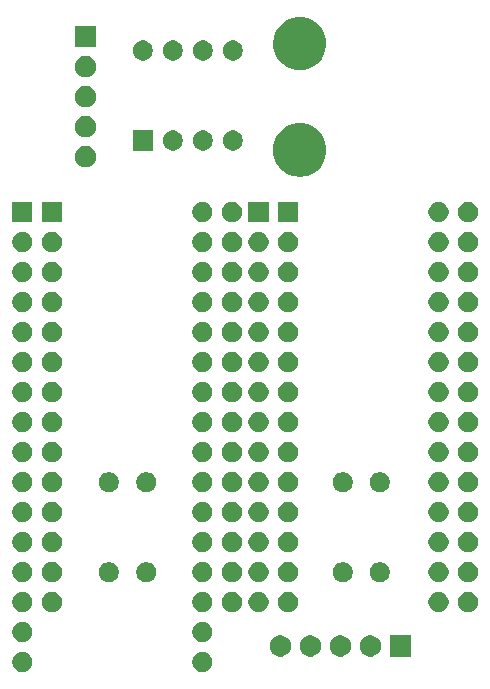
<source format=gbs>
G04 #@! TF.GenerationSoftware,KiCad,Pcbnew,(5.1.6)-1*
G04 #@! TF.CreationDate,2020-07-20T19:56:41+03:00*
G04 #@! TF.ProjectId,CPC_MultiROM_01,4350435f-4d75-46c7-9469-524f4d5f3031,rev?*
G04 #@! TF.SameCoordinates,Original*
G04 #@! TF.FileFunction,Soldermask,Bot*
G04 #@! TF.FilePolarity,Negative*
%FSLAX46Y46*%
G04 Gerber Fmt 4.6, Leading zero omitted, Abs format (unit mm)*
G04 Created by KiCad (PCBNEW (5.1.6)-1) date 2020-07-20 19:56:41*
%MOMM*%
%LPD*%
G01*
G04 APERTURE LIST*
%ADD10C,0.100000*%
G04 APERTURE END LIST*
D10*
G36*
X138988228Y-106281703D02*
G01*
X139143100Y-106345853D01*
X139282481Y-106438985D01*
X139401015Y-106557519D01*
X139494147Y-106696900D01*
X139558297Y-106851772D01*
X139591000Y-107016184D01*
X139591000Y-107183816D01*
X139558297Y-107348228D01*
X139494147Y-107503100D01*
X139401015Y-107642481D01*
X139282481Y-107761015D01*
X139143100Y-107854147D01*
X138988228Y-107918297D01*
X138823816Y-107951000D01*
X138656184Y-107951000D01*
X138491772Y-107918297D01*
X138336900Y-107854147D01*
X138197519Y-107761015D01*
X138078985Y-107642481D01*
X137985853Y-107503100D01*
X137921703Y-107348228D01*
X137889000Y-107183816D01*
X137889000Y-107016184D01*
X137921703Y-106851772D01*
X137985853Y-106696900D01*
X138078985Y-106557519D01*
X138197519Y-106438985D01*
X138336900Y-106345853D01*
X138491772Y-106281703D01*
X138656184Y-106249000D01*
X138823816Y-106249000D01*
X138988228Y-106281703D01*
G37*
G36*
X123748228Y-106281703D02*
G01*
X123903100Y-106345853D01*
X124042481Y-106438985D01*
X124161015Y-106557519D01*
X124254147Y-106696900D01*
X124318297Y-106851772D01*
X124351000Y-107016184D01*
X124351000Y-107183816D01*
X124318297Y-107348228D01*
X124254147Y-107503100D01*
X124161015Y-107642481D01*
X124042481Y-107761015D01*
X123903100Y-107854147D01*
X123748228Y-107918297D01*
X123583816Y-107951000D01*
X123416184Y-107951000D01*
X123251772Y-107918297D01*
X123096900Y-107854147D01*
X122957519Y-107761015D01*
X122838985Y-107642481D01*
X122745853Y-107503100D01*
X122681703Y-107348228D01*
X122649000Y-107183816D01*
X122649000Y-107016184D01*
X122681703Y-106851772D01*
X122745853Y-106696900D01*
X122838985Y-106557519D01*
X122957519Y-106438985D01*
X123096900Y-106345853D01*
X123251772Y-106281703D01*
X123416184Y-106249000D01*
X123583816Y-106249000D01*
X123748228Y-106281703D01*
G37*
G36*
X153073512Y-104853927D02*
G01*
X153222812Y-104883624D01*
X153386784Y-104951544D01*
X153534354Y-105050147D01*
X153659853Y-105175646D01*
X153758456Y-105323216D01*
X153826376Y-105487188D01*
X153861000Y-105661259D01*
X153861000Y-105838741D01*
X153826376Y-106012812D01*
X153758456Y-106176784D01*
X153659853Y-106324354D01*
X153534354Y-106449853D01*
X153386784Y-106548456D01*
X153222812Y-106616376D01*
X153073512Y-106646073D01*
X153048742Y-106651000D01*
X152871258Y-106651000D01*
X152846488Y-106646073D01*
X152697188Y-106616376D01*
X152533216Y-106548456D01*
X152385646Y-106449853D01*
X152260147Y-106324354D01*
X152161544Y-106176784D01*
X152093624Y-106012812D01*
X152059000Y-105838741D01*
X152059000Y-105661259D01*
X152093624Y-105487188D01*
X152161544Y-105323216D01*
X152260147Y-105175646D01*
X152385646Y-105050147D01*
X152533216Y-104951544D01*
X152697188Y-104883624D01*
X152846488Y-104853927D01*
X152871258Y-104849000D01*
X153048742Y-104849000D01*
X153073512Y-104853927D01*
G37*
G36*
X150533512Y-104853927D02*
G01*
X150682812Y-104883624D01*
X150846784Y-104951544D01*
X150994354Y-105050147D01*
X151119853Y-105175646D01*
X151218456Y-105323216D01*
X151286376Y-105487188D01*
X151321000Y-105661259D01*
X151321000Y-105838741D01*
X151286376Y-106012812D01*
X151218456Y-106176784D01*
X151119853Y-106324354D01*
X150994354Y-106449853D01*
X150846784Y-106548456D01*
X150682812Y-106616376D01*
X150533512Y-106646073D01*
X150508742Y-106651000D01*
X150331258Y-106651000D01*
X150306488Y-106646073D01*
X150157188Y-106616376D01*
X149993216Y-106548456D01*
X149845646Y-106449853D01*
X149720147Y-106324354D01*
X149621544Y-106176784D01*
X149553624Y-106012812D01*
X149519000Y-105838741D01*
X149519000Y-105661259D01*
X149553624Y-105487188D01*
X149621544Y-105323216D01*
X149720147Y-105175646D01*
X149845646Y-105050147D01*
X149993216Y-104951544D01*
X150157188Y-104883624D01*
X150306488Y-104853927D01*
X150331258Y-104849000D01*
X150508742Y-104849000D01*
X150533512Y-104853927D01*
G37*
G36*
X156401000Y-106651000D02*
G01*
X154599000Y-106651000D01*
X154599000Y-104849000D01*
X156401000Y-104849000D01*
X156401000Y-106651000D01*
G37*
G36*
X145453512Y-104853927D02*
G01*
X145602812Y-104883624D01*
X145766784Y-104951544D01*
X145914354Y-105050147D01*
X146039853Y-105175646D01*
X146138456Y-105323216D01*
X146206376Y-105487188D01*
X146241000Y-105661259D01*
X146241000Y-105838741D01*
X146206376Y-106012812D01*
X146138456Y-106176784D01*
X146039853Y-106324354D01*
X145914354Y-106449853D01*
X145766784Y-106548456D01*
X145602812Y-106616376D01*
X145453512Y-106646073D01*
X145428742Y-106651000D01*
X145251258Y-106651000D01*
X145226488Y-106646073D01*
X145077188Y-106616376D01*
X144913216Y-106548456D01*
X144765646Y-106449853D01*
X144640147Y-106324354D01*
X144541544Y-106176784D01*
X144473624Y-106012812D01*
X144439000Y-105838741D01*
X144439000Y-105661259D01*
X144473624Y-105487188D01*
X144541544Y-105323216D01*
X144640147Y-105175646D01*
X144765646Y-105050147D01*
X144913216Y-104951544D01*
X145077188Y-104883624D01*
X145226488Y-104853927D01*
X145251258Y-104849000D01*
X145428742Y-104849000D01*
X145453512Y-104853927D01*
G37*
G36*
X147993512Y-104853927D02*
G01*
X148142812Y-104883624D01*
X148306784Y-104951544D01*
X148454354Y-105050147D01*
X148579853Y-105175646D01*
X148678456Y-105323216D01*
X148746376Y-105487188D01*
X148781000Y-105661259D01*
X148781000Y-105838741D01*
X148746376Y-106012812D01*
X148678456Y-106176784D01*
X148579853Y-106324354D01*
X148454354Y-106449853D01*
X148306784Y-106548456D01*
X148142812Y-106616376D01*
X147993512Y-106646073D01*
X147968742Y-106651000D01*
X147791258Y-106651000D01*
X147766488Y-106646073D01*
X147617188Y-106616376D01*
X147453216Y-106548456D01*
X147305646Y-106449853D01*
X147180147Y-106324354D01*
X147081544Y-106176784D01*
X147013624Y-106012812D01*
X146979000Y-105838741D01*
X146979000Y-105661259D01*
X147013624Y-105487188D01*
X147081544Y-105323216D01*
X147180147Y-105175646D01*
X147305646Y-105050147D01*
X147453216Y-104951544D01*
X147617188Y-104883624D01*
X147766488Y-104853927D01*
X147791258Y-104849000D01*
X147968742Y-104849000D01*
X147993512Y-104853927D01*
G37*
G36*
X138988228Y-103741703D02*
G01*
X139143100Y-103805853D01*
X139282481Y-103898985D01*
X139401015Y-104017519D01*
X139494147Y-104156900D01*
X139558297Y-104311772D01*
X139591000Y-104476184D01*
X139591000Y-104643816D01*
X139558297Y-104808228D01*
X139494147Y-104963100D01*
X139401015Y-105102481D01*
X139282481Y-105221015D01*
X139143100Y-105314147D01*
X138988228Y-105378297D01*
X138823816Y-105411000D01*
X138656184Y-105411000D01*
X138491772Y-105378297D01*
X138336900Y-105314147D01*
X138197519Y-105221015D01*
X138078985Y-105102481D01*
X137985853Y-104963100D01*
X137921703Y-104808228D01*
X137889000Y-104643816D01*
X137889000Y-104476184D01*
X137921703Y-104311772D01*
X137985853Y-104156900D01*
X138078985Y-104017519D01*
X138197519Y-103898985D01*
X138336900Y-103805853D01*
X138491772Y-103741703D01*
X138656184Y-103709000D01*
X138823816Y-103709000D01*
X138988228Y-103741703D01*
G37*
G36*
X123748228Y-103741703D02*
G01*
X123903100Y-103805853D01*
X124042481Y-103898985D01*
X124161015Y-104017519D01*
X124254147Y-104156900D01*
X124318297Y-104311772D01*
X124351000Y-104476184D01*
X124351000Y-104643816D01*
X124318297Y-104808228D01*
X124254147Y-104963100D01*
X124161015Y-105102481D01*
X124042481Y-105221015D01*
X123903100Y-105314147D01*
X123748228Y-105378297D01*
X123583816Y-105411000D01*
X123416184Y-105411000D01*
X123251772Y-105378297D01*
X123096900Y-105314147D01*
X122957519Y-105221015D01*
X122838985Y-105102481D01*
X122745853Y-104963100D01*
X122681703Y-104808228D01*
X122649000Y-104643816D01*
X122649000Y-104476184D01*
X122681703Y-104311772D01*
X122745853Y-104156900D01*
X122838985Y-104017519D01*
X122957519Y-103898985D01*
X123096900Y-103805853D01*
X123251772Y-103741703D01*
X123416184Y-103709000D01*
X123583816Y-103709000D01*
X123748228Y-103741703D01*
G37*
G36*
X146248228Y-101201703D02*
G01*
X146403100Y-101265853D01*
X146542481Y-101358985D01*
X146661015Y-101477519D01*
X146754147Y-101616900D01*
X146818297Y-101771772D01*
X146851000Y-101936184D01*
X146851000Y-102103816D01*
X146818297Y-102268228D01*
X146754147Y-102423100D01*
X146661015Y-102562481D01*
X146542481Y-102681015D01*
X146403100Y-102774147D01*
X146248228Y-102838297D01*
X146083816Y-102871000D01*
X145916184Y-102871000D01*
X145751772Y-102838297D01*
X145596900Y-102774147D01*
X145457519Y-102681015D01*
X145338985Y-102562481D01*
X145245853Y-102423100D01*
X145181703Y-102268228D01*
X145149000Y-102103816D01*
X145149000Y-101936184D01*
X145181703Y-101771772D01*
X145245853Y-101616900D01*
X145338985Y-101477519D01*
X145457519Y-101358985D01*
X145596900Y-101265853D01*
X145751772Y-101201703D01*
X145916184Y-101169000D01*
X146083816Y-101169000D01*
X146248228Y-101201703D01*
G37*
G36*
X161488228Y-101201703D02*
G01*
X161643100Y-101265853D01*
X161782481Y-101358985D01*
X161901015Y-101477519D01*
X161994147Y-101616900D01*
X162058297Y-101771772D01*
X162091000Y-101936184D01*
X162091000Y-102103816D01*
X162058297Y-102268228D01*
X161994147Y-102423100D01*
X161901015Y-102562481D01*
X161782481Y-102681015D01*
X161643100Y-102774147D01*
X161488228Y-102838297D01*
X161323816Y-102871000D01*
X161156184Y-102871000D01*
X160991772Y-102838297D01*
X160836900Y-102774147D01*
X160697519Y-102681015D01*
X160578985Y-102562481D01*
X160485853Y-102423100D01*
X160421703Y-102268228D01*
X160389000Y-102103816D01*
X160389000Y-101936184D01*
X160421703Y-101771772D01*
X160485853Y-101616900D01*
X160578985Y-101477519D01*
X160697519Y-101358985D01*
X160836900Y-101265853D01*
X160991772Y-101201703D01*
X161156184Y-101169000D01*
X161323816Y-101169000D01*
X161488228Y-101201703D01*
G37*
G36*
X143748228Y-101201703D02*
G01*
X143903100Y-101265853D01*
X144042481Y-101358985D01*
X144161015Y-101477519D01*
X144254147Y-101616900D01*
X144318297Y-101771772D01*
X144351000Y-101936184D01*
X144351000Y-102103816D01*
X144318297Y-102268228D01*
X144254147Y-102423100D01*
X144161015Y-102562481D01*
X144042481Y-102681015D01*
X143903100Y-102774147D01*
X143748228Y-102838297D01*
X143583816Y-102871000D01*
X143416184Y-102871000D01*
X143251772Y-102838297D01*
X143096900Y-102774147D01*
X142957519Y-102681015D01*
X142838985Y-102562481D01*
X142745853Y-102423100D01*
X142681703Y-102268228D01*
X142649000Y-102103816D01*
X142649000Y-101936184D01*
X142681703Y-101771772D01*
X142745853Y-101616900D01*
X142838985Y-101477519D01*
X142957519Y-101358985D01*
X143096900Y-101265853D01*
X143251772Y-101201703D01*
X143416184Y-101169000D01*
X143583816Y-101169000D01*
X143748228Y-101201703D01*
G37*
G36*
X123748228Y-101201703D02*
G01*
X123903100Y-101265853D01*
X124042481Y-101358985D01*
X124161015Y-101477519D01*
X124254147Y-101616900D01*
X124318297Y-101771772D01*
X124351000Y-101936184D01*
X124351000Y-102103816D01*
X124318297Y-102268228D01*
X124254147Y-102423100D01*
X124161015Y-102562481D01*
X124042481Y-102681015D01*
X123903100Y-102774147D01*
X123748228Y-102838297D01*
X123583816Y-102871000D01*
X123416184Y-102871000D01*
X123251772Y-102838297D01*
X123096900Y-102774147D01*
X122957519Y-102681015D01*
X122838985Y-102562481D01*
X122745853Y-102423100D01*
X122681703Y-102268228D01*
X122649000Y-102103816D01*
X122649000Y-101936184D01*
X122681703Y-101771772D01*
X122745853Y-101616900D01*
X122838985Y-101477519D01*
X122957519Y-101358985D01*
X123096900Y-101265853D01*
X123251772Y-101201703D01*
X123416184Y-101169000D01*
X123583816Y-101169000D01*
X123748228Y-101201703D01*
G37*
G36*
X126248228Y-101201703D02*
G01*
X126403100Y-101265853D01*
X126542481Y-101358985D01*
X126661015Y-101477519D01*
X126754147Y-101616900D01*
X126818297Y-101771772D01*
X126851000Y-101936184D01*
X126851000Y-102103816D01*
X126818297Y-102268228D01*
X126754147Y-102423100D01*
X126661015Y-102562481D01*
X126542481Y-102681015D01*
X126403100Y-102774147D01*
X126248228Y-102838297D01*
X126083816Y-102871000D01*
X125916184Y-102871000D01*
X125751772Y-102838297D01*
X125596900Y-102774147D01*
X125457519Y-102681015D01*
X125338985Y-102562481D01*
X125245853Y-102423100D01*
X125181703Y-102268228D01*
X125149000Y-102103816D01*
X125149000Y-101936184D01*
X125181703Y-101771772D01*
X125245853Y-101616900D01*
X125338985Y-101477519D01*
X125457519Y-101358985D01*
X125596900Y-101265853D01*
X125751772Y-101201703D01*
X125916184Y-101169000D01*
X126083816Y-101169000D01*
X126248228Y-101201703D01*
G37*
G36*
X141488228Y-101201703D02*
G01*
X141643100Y-101265853D01*
X141782481Y-101358985D01*
X141901015Y-101477519D01*
X141994147Y-101616900D01*
X142058297Y-101771772D01*
X142091000Y-101936184D01*
X142091000Y-102103816D01*
X142058297Y-102268228D01*
X141994147Y-102423100D01*
X141901015Y-102562481D01*
X141782481Y-102681015D01*
X141643100Y-102774147D01*
X141488228Y-102838297D01*
X141323816Y-102871000D01*
X141156184Y-102871000D01*
X140991772Y-102838297D01*
X140836900Y-102774147D01*
X140697519Y-102681015D01*
X140578985Y-102562481D01*
X140485853Y-102423100D01*
X140421703Y-102268228D01*
X140389000Y-102103816D01*
X140389000Y-101936184D01*
X140421703Y-101771772D01*
X140485853Y-101616900D01*
X140578985Y-101477519D01*
X140697519Y-101358985D01*
X140836900Y-101265853D01*
X140991772Y-101201703D01*
X141156184Y-101169000D01*
X141323816Y-101169000D01*
X141488228Y-101201703D01*
G37*
G36*
X158988228Y-101201703D02*
G01*
X159143100Y-101265853D01*
X159282481Y-101358985D01*
X159401015Y-101477519D01*
X159494147Y-101616900D01*
X159558297Y-101771772D01*
X159591000Y-101936184D01*
X159591000Y-102103816D01*
X159558297Y-102268228D01*
X159494147Y-102423100D01*
X159401015Y-102562481D01*
X159282481Y-102681015D01*
X159143100Y-102774147D01*
X158988228Y-102838297D01*
X158823816Y-102871000D01*
X158656184Y-102871000D01*
X158491772Y-102838297D01*
X158336900Y-102774147D01*
X158197519Y-102681015D01*
X158078985Y-102562481D01*
X157985853Y-102423100D01*
X157921703Y-102268228D01*
X157889000Y-102103816D01*
X157889000Y-101936184D01*
X157921703Y-101771772D01*
X157985853Y-101616900D01*
X158078985Y-101477519D01*
X158197519Y-101358985D01*
X158336900Y-101265853D01*
X158491772Y-101201703D01*
X158656184Y-101169000D01*
X158823816Y-101169000D01*
X158988228Y-101201703D01*
G37*
G36*
X138988228Y-101201703D02*
G01*
X139143100Y-101265853D01*
X139282481Y-101358985D01*
X139401015Y-101477519D01*
X139494147Y-101616900D01*
X139558297Y-101771772D01*
X139591000Y-101936184D01*
X139591000Y-102103816D01*
X139558297Y-102268228D01*
X139494147Y-102423100D01*
X139401015Y-102562481D01*
X139282481Y-102681015D01*
X139143100Y-102774147D01*
X138988228Y-102838297D01*
X138823816Y-102871000D01*
X138656184Y-102871000D01*
X138491772Y-102838297D01*
X138336900Y-102774147D01*
X138197519Y-102681015D01*
X138078985Y-102562481D01*
X137985853Y-102423100D01*
X137921703Y-102268228D01*
X137889000Y-102103816D01*
X137889000Y-101936184D01*
X137921703Y-101771772D01*
X137985853Y-101616900D01*
X138078985Y-101477519D01*
X138197519Y-101358985D01*
X138336900Y-101265853D01*
X138491772Y-101201703D01*
X138656184Y-101169000D01*
X138823816Y-101169000D01*
X138988228Y-101201703D01*
G37*
G36*
X131058228Y-98681703D02*
G01*
X131213100Y-98745853D01*
X131352481Y-98838985D01*
X131471015Y-98957519D01*
X131564147Y-99096900D01*
X131628297Y-99251772D01*
X131661000Y-99416184D01*
X131661000Y-99583816D01*
X131628297Y-99748228D01*
X131564147Y-99903100D01*
X131471015Y-100042481D01*
X131352481Y-100161015D01*
X131213100Y-100254147D01*
X131058228Y-100318297D01*
X130893816Y-100351000D01*
X130726184Y-100351000D01*
X130561772Y-100318297D01*
X130406900Y-100254147D01*
X130267519Y-100161015D01*
X130148985Y-100042481D01*
X130055853Y-99903100D01*
X129991703Y-99748228D01*
X129959000Y-99583816D01*
X129959000Y-99416184D01*
X129991703Y-99251772D01*
X130055853Y-99096900D01*
X130148985Y-98957519D01*
X130267519Y-98838985D01*
X130406900Y-98745853D01*
X130561772Y-98681703D01*
X130726184Y-98649000D01*
X130893816Y-98649000D01*
X131058228Y-98681703D01*
G37*
G36*
X134248228Y-98681703D02*
G01*
X134403100Y-98745853D01*
X134542481Y-98838985D01*
X134661015Y-98957519D01*
X134754147Y-99096900D01*
X134818297Y-99251772D01*
X134851000Y-99416184D01*
X134851000Y-99583816D01*
X134818297Y-99748228D01*
X134754147Y-99903100D01*
X134661015Y-100042481D01*
X134542481Y-100161015D01*
X134403100Y-100254147D01*
X134248228Y-100318297D01*
X134083816Y-100351000D01*
X133916184Y-100351000D01*
X133751772Y-100318297D01*
X133596900Y-100254147D01*
X133457519Y-100161015D01*
X133338985Y-100042481D01*
X133245853Y-99903100D01*
X133181703Y-99748228D01*
X133149000Y-99583816D01*
X133149000Y-99416184D01*
X133181703Y-99251772D01*
X133245853Y-99096900D01*
X133338985Y-98957519D01*
X133457519Y-98838985D01*
X133596900Y-98745853D01*
X133751772Y-98681703D01*
X133916184Y-98649000D01*
X134083816Y-98649000D01*
X134248228Y-98681703D01*
G37*
G36*
X150870228Y-98681703D02*
G01*
X151025100Y-98745853D01*
X151164481Y-98838985D01*
X151283015Y-98957519D01*
X151376147Y-99096900D01*
X151440297Y-99251772D01*
X151473000Y-99416184D01*
X151473000Y-99583816D01*
X151440297Y-99748228D01*
X151376147Y-99903100D01*
X151283015Y-100042481D01*
X151164481Y-100161015D01*
X151025100Y-100254147D01*
X150870228Y-100318297D01*
X150705816Y-100351000D01*
X150538184Y-100351000D01*
X150373772Y-100318297D01*
X150218900Y-100254147D01*
X150079519Y-100161015D01*
X149960985Y-100042481D01*
X149867853Y-99903100D01*
X149803703Y-99748228D01*
X149771000Y-99583816D01*
X149771000Y-99416184D01*
X149803703Y-99251772D01*
X149867853Y-99096900D01*
X149960985Y-98957519D01*
X150079519Y-98838985D01*
X150218900Y-98745853D01*
X150373772Y-98681703D01*
X150538184Y-98649000D01*
X150705816Y-98649000D01*
X150870228Y-98681703D01*
G37*
G36*
X153998228Y-98681703D02*
G01*
X154153100Y-98745853D01*
X154292481Y-98838985D01*
X154411015Y-98957519D01*
X154504147Y-99096900D01*
X154568297Y-99251772D01*
X154601000Y-99416184D01*
X154601000Y-99583816D01*
X154568297Y-99748228D01*
X154504147Y-99903100D01*
X154411015Y-100042481D01*
X154292481Y-100161015D01*
X154153100Y-100254147D01*
X153998228Y-100318297D01*
X153833816Y-100351000D01*
X153666184Y-100351000D01*
X153501772Y-100318297D01*
X153346900Y-100254147D01*
X153207519Y-100161015D01*
X153088985Y-100042481D01*
X152995853Y-99903100D01*
X152931703Y-99748228D01*
X152899000Y-99583816D01*
X152899000Y-99416184D01*
X152931703Y-99251772D01*
X152995853Y-99096900D01*
X153088985Y-98957519D01*
X153207519Y-98838985D01*
X153346900Y-98745853D01*
X153501772Y-98681703D01*
X153666184Y-98649000D01*
X153833816Y-98649000D01*
X153998228Y-98681703D01*
G37*
G36*
X146248228Y-98661703D02*
G01*
X146403100Y-98725853D01*
X146542481Y-98818985D01*
X146661015Y-98937519D01*
X146754147Y-99076900D01*
X146818297Y-99231772D01*
X146851000Y-99396184D01*
X146851000Y-99563816D01*
X146818297Y-99728228D01*
X146754147Y-99883100D01*
X146661015Y-100022481D01*
X146542481Y-100141015D01*
X146403100Y-100234147D01*
X146248228Y-100298297D01*
X146083816Y-100331000D01*
X145916184Y-100331000D01*
X145751772Y-100298297D01*
X145596900Y-100234147D01*
X145457519Y-100141015D01*
X145338985Y-100022481D01*
X145245853Y-99883100D01*
X145181703Y-99728228D01*
X145149000Y-99563816D01*
X145149000Y-99396184D01*
X145181703Y-99231772D01*
X145245853Y-99076900D01*
X145338985Y-98937519D01*
X145457519Y-98818985D01*
X145596900Y-98725853D01*
X145751772Y-98661703D01*
X145916184Y-98629000D01*
X146083816Y-98629000D01*
X146248228Y-98661703D01*
G37*
G36*
X158988228Y-98661703D02*
G01*
X159143100Y-98725853D01*
X159282481Y-98818985D01*
X159401015Y-98937519D01*
X159494147Y-99076900D01*
X159558297Y-99231772D01*
X159591000Y-99396184D01*
X159591000Y-99563816D01*
X159558297Y-99728228D01*
X159494147Y-99883100D01*
X159401015Y-100022481D01*
X159282481Y-100141015D01*
X159143100Y-100234147D01*
X158988228Y-100298297D01*
X158823816Y-100331000D01*
X158656184Y-100331000D01*
X158491772Y-100298297D01*
X158336900Y-100234147D01*
X158197519Y-100141015D01*
X158078985Y-100022481D01*
X157985853Y-99883100D01*
X157921703Y-99728228D01*
X157889000Y-99563816D01*
X157889000Y-99396184D01*
X157921703Y-99231772D01*
X157985853Y-99076900D01*
X158078985Y-98937519D01*
X158197519Y-98818985D01*
X158336900Y-98725853D01*
X158491772Y-98661703D01*
X158656184Y-98629000D01*
X158823816Y-98629000D01*
X158988228Y-98661703D01*
G37*
G36*
X123748228Y-98661703D02*
G01*
X123903100Y-98725853D01*
X124042481Y-98818985D01*
X124161015Y-98937519D01*
X124254147Y-99076900D01*
X124318297Y-99231772D01*
X124351000Y-99396184D01*
X124351000Y-99563816D01*
X124318297Y-99728228D01*
X124254147Y-99883100D01*
X124161015Y-100022481D01*
X124042481Y-100141015D01*
X123903100Y-100234147D01*
X123748228Y-100298297D01*
X123583816Y-100331000D01*
X123416184Y-100331000D01*
X123251772Y-100298297D01*
X123096900Y-100234147D01*
X122957519Y-100141015D01*
X122838985Y-100022481D01*
X122745853Y-99883100D01*
X122681703Y-99728228D01*
X122649000Y-99563816D01*
X122649000Y-99396184D01*
X122681703Y-99231772D01*
X122745853Y-99076900D01*
X122838985Y-98937519D01*
X122957519Y-98818985D01*
X123096900Y-98725853D01*
X123251772Y-98661703D01*
X123416184Y-98629000D01*
X123583816Y-98629000D01*
X123748228Y-98661703D01*
G37*
G36*
X138988228Y-98661703D02*
G01*
X139143100Y-98725853D01*
X139282481Y-98818985D01*
X139401015Y-98937519D01*
X139494147Y-99076900D01*
X139558297Y-99231772D01*
X139591000Y-99396184D01*
X139591000Y-99563816D01*
X139558297Y-99728228D01*
X139494147Y-99883100D01*
X139401015Y-100022481D01*
X139282481Y-100141015D01*
X139143100Y-100234147D01*
X138988228Y-100298297D01*
X138823816Y-100331000D01*
X138656184Y-100331000D01*
X138491772Y-100298297D01*
X138336900Y-100234147D01*
X138197519Y-100141015D01*
X138078985Y-100022481D01*
X137985853Y-99883100D01*
X137921703Y-99728228D01*
X137889000Y-99563816D01*
X137889000Y-99396184D01*
X137921703Y-99231772D01*
X137985853Y-99076900D01*
X138078985Y-98937519D01*
X138197519Y-98818985D01*
X138336900Y-98725853D01*
X138491772Y-98661703D01*
X138656184Y-98629000D01*
X138823816Y-98629000D01*
X138988228Y-98661703D01*
G37*
G36*
X143748228Y-98661703D02*
G01*
X143903100Y-98725853D01*
X144042481Y-98818985D01*
X144161015Y-98937519D01*
X144254147Y-99076900D01*
X144318297Y-99231772D01*
X144351000Y-99396184D01*
X144351000Y-99563816D01*
X144318297Y-99728228D01*
X144254147Y-99883100D01*
X144161015Y-100022481D01*
X144042481Y-100141015D01*
X143903100Y-100234147D01*
X143748228Y-100298297D01*
X143583816Y-100331000D01*
X143416184Y-100331000D01*
X143251772Y-100298297D01*
X143096900Y-100234147D01*
X142957519Y-100141015D01*
X142838985Y-100022481D01*
X142745853Y-99883100D01*
X142681703Y-99728228D01*
X142649000Y-99563816D01*
X142649000Y-99396184D01*
X142681703Y-99231772D01*
X142745853Y-99076900D01*
X142838985Y-98937519D01*
X142957519Y-98818985D01*
X143096900Y-98725853D01*
X143251772Y-98661703D01*
X143416184Y-98629000D01*
X143583816Y-98629000D01*
X143748228Y-98661703D01*
G37*
G36*
X126248228Y-98661703D02*
G01*
X126403100Y-98725853D01*
X126542481Y-98818985D01*
X126661015Y-98937519D01*
X126754147Y-99076900D01*
X126818297Y-99231772D01*
X126851000Y-99396184D01*
X126851000Y-99563816D01*
X126818297Y-99728228D01*
X126754147Y-99883100D01*
X126661015Y-100022481D01*
X126542481Y-100141015D01*
X126403100Y-100234147D01*
X126248228Y-100298297D01*
X126083816Y-100331000D01*
X125916184Y-100331000D01*
X125751772Y-100298297D01*
X125596900Y-100234147D01*
X125457519Y-100141015D01*
X125338985Y-100022481D01*
X125245853Y-99883100D01*
X125181703Y-99728228D01*
X125149000Y-99563816D01*
X125149000Y-99396184D01*
X125181703Y-99231772D01*
X125245853Y-99076900D01*
X125338985Y-98937519D01*
X125457519Y-98818985D01*
X125596900Y-98725853D01*
X125751772Y-98661703D01*
X125916184Y-98629000D01*
X126083816Y-98629000D01*
X126248228Y-98661703D01*
G37*
G36*
X141488228Y-98661703D02*
G01*
X141643100Y-98725853D01*
X141782481Y-98818985D01*
X141901015Y-98937519D01*
X141994147Y-99076900D01*
X142058297Y-99231772D01*
X142091000Y-99396184D01*
X142091000Y-99563816D01*
X142058297Y-99728228D01*
X141994147Y-99883100D01*
X141901015Y-100022481D01*
X141782481Y-100141015D01*
X141643100Y-100234147D01*
X141488228Y-100298297D01*
X141323816Y-100331000D01*
X141156184Y-100331000D01*
X140991772Y-100298297D01*
X140836900Y-100234147D01*
X140697519Y-100141015D01*
X140578985Y-100022481D01*
X140485853Y-99883100D01*
X140421703Y-99728228D01*
X140389000Y-99563816D01*
X140389000Y-99396184D01*
X140421703Y-99231772D01*
X140485853Y-99076900D01*
X140578985Y-98937519D01*
X140697519Y-98818985D01*
X140836900Y-98725853D01*
X140991772Y-98661703D01*
X141156184Y-98629000D01*
X141323816Y-98629000D01*
X141488228Y-98661703D01*
G37*
G36*
X161488228Y-98661703D02*
G01*
X161643100Y-98725853D01*
X161782481Y-98818985D01*
X161901015Y-98937519D01*
X161994147Y-99076900D01*
X162058297Y-99231772D01*
X162091000Y-99396184D01*
X162091000Y-99563816D01*
X162058297Y-99728228D01*
X161994147Y-99883100D01*
X161901015Y-100022481D01*
X161782481Y-100141015D01*
X161643100Y-100234147D01*
X161488228Y-100298297D01*
X161323816Y-100331000D01*
X161156184Y-100331000D01*
X160991772Y-100298297D01*
X160836900Y-100234147D01*
X160697519Y-100141015D01*
X160578985Y-100022481D01*
X160485853Y-99883100D01*
X160421703Y-99728228D01*
X160389000Y-99563816D01*
X160389000Y-99396184D01*
X160421703Y-99231772D01*
X160485853Y-99076900D01*
X160578985Y-98937519D01*
X160697519Y-98818985D01*
X160836900Y-98725853D01*
X160991772Y-98661703D01*
X161156184Y-98629000D01*
X161323816Y-98629000D01*
X161488228Y-98661703D01*
G37*
G36*
X158988228Y-96121703D02*
G01*
X159143100Y-96185853D01*
X159282481Y-96278985D01*
X159401015Y-96397519D01*
X159494147Y-96536900D01*
X159558297Y-96691772D01*
X159591000Y-96856184D01*
X159591000Y-97023816D01*
X159558297Y-97188228D01*
X159494147Y-97343100D01*
X159401015Y-97482481D01*
X159282481Y-97601015D01*
X159143100Y-97694147D01*
X158988228Y-97758297D01*
X158823816Y-97791000D01*
X158656184Y-97791000D01*
X158491772Y-97758297D01*
X158336900Y-97694147D01*
X158197519Y-97601015D01*
X158078985Y-97482481D01*
X157985853Y-97343100D01*
X157921703Y-97188228D01*
X157889000Y-97023816D01*
X157889000Y-96856184D01*
X157921703Y-96691772D01*
X157985853Y-96536900D01*
X158078985Y-96397519D01*
X158197519Y-96278985D01*
X158336900Y-96185853D01*
X158491772Y-96121703D01*
X158656184Y-96089000D01*
X158823816Y-96089000D01*
X158988228Y-96121703D01*
G37*
G36*
X161488228Y-96121703D02*
G01*
X161643100Y-96185853D01*
X161782481Y-96278985D01*
X161901015Y-96397519D01*
X161994147Y-96536900D01*
X162058297Y-96691772D01*
X162091000Y-96856184D01*
X162091000Y-97023816D01*
X162058297Y-97188228D01*
X161994147Y-97343100D01*
X161901015Y-97482481D01*
X161782481Y-97601015D01*
X161643100Y-97694147D01*
X161488228Y-97758297D01*
X161323816Y-97791000D01*
X161156184Y-97791000D01*
X160991772Y-97758297D01*
X160836900Y-97694147D01*
X160697519Y-97601015D01*
X160578985Y-97482481D01*
X160485853Y-97343100D01*
X160421703Y-97188228D01*
X160389000Y-97023816D01*
X160389000Y-96856184D01*
X160421703Y-96691772D01*
X160485853Y-96536900D01*
X160578985Y-96397519D01*
X160697519Y-96278985D01*
X160836900Y-96185853D01*
X160991772Y-96121703D01*
X161156184Y-96089000D01*
X161323816Y-96089000D01*
X161488228Y-96121703D01*
G37*
G36*
X146248228Y-96121703D02*
G01*
X146403100Y-96185853D01*
X146542481Y-96278985D01*
X146661015Y-96397519D01*
X146754147Y-96536900D01*
X146818297Y-96691772D01*
X146851000Y-96856184D01*
X146851000Y-97023816D01*
X146818297Y-97188228D01*
X146754147Y-97343100D01*
X146661015Y-97482481D01*
X146542481Y-97601015D01*
X146403100Y-97694147D01*
X146248228Y-97758297D01*
X146083816Y-97791000D01*
X145916184Y-97791000D01*
X145751772Y-97758297D01*
X145596900Y-97694147D01*
X145457519Y-97601015D01*
X145338985Y-97482481D01*
X145245853Y-97343100D01*
X145181703Y-97188228D01*
X145149000Y-97023816D01*
X145149000Y-96856184D01*
X145181703Y-96691772D01*
X145245853Y-96536900D01*
X145338985Y-96397519D01*
X145457519Y-96278985D01*
X145596900Y-96185853D01*
X145751772Y-96121703D01*
X145916184Y-96089000D01*
X146083816Y-96089000D01*
X146248228Y-96121703D01*
G37*
G36*
X143748228Y-96121703D02*
G01*
X143903100Y-96185853D01*
X144042481Y-96278985D01*
X144161015Y-96397519D01*
X144254147Y-96536900D01*
X144318297Y-96691772D01*
X144351000Y-96856184D01*
X144351000Y-97023816D01*
X144318297Y-97188228D01*
X144254147Y-97343100D01*
X144161015Y-97482481D01*
X144042481Y-97601015D01*
X143903100Y-97694147D01*
X143748228Y-97758297D01*
X143583816Y-97791000D01*
X143416184Y-97791000D01*
X143251772Y-97758297D01*
X143096900Y-97694147D01*
X142957519Y-97601015D01*
X142838985Y-97482481D01*
X142745853Y-97343100D01*
X142681703Y-97188228D01*
X142649000Y-97023816D01*
X142649000Y-96856184D01*
X142681703Y-96691772D01*
X142745853Y-96536900D01*
X142838985Y-96397519D01*
X142957519Y-96278985D01*
X143096900Y-96185853D01*
X143251772Y-96121703D01*
X143416184Y-96089000D01*
X143583816Y-96089000D01*
X143748228Y-96121703D01*
G37*
G36*
X141488228Y-96121703D02*
G01*
X141643100Y-96185853D01*
X141782481Y-96278985D01*
X141901015Y-96397519D01*
X141994147Y-96536900D01*
X142058297Y-96691772D01*
X142091000Y-96856184D01*
X142091000Y-97023816D01*
X142058297Y-97188228D01*
X141994147Y-97343100D01*
X141901015Y-97482481D01*
X141782481Y-97601015D01*
X141643100Y-97694147D01*
X141488228Y-97758297D01*
X141323816Y-97791000D01*
X141156184Y-97791000D01*
X140991772Y-97758297D01*
X140836900Y-97694147D01*
X140697519Y-97601015D01*
X140578985Y-97482481D01*
X140485853Y-97343100D01*
X140421703Y-97188228D01*
X140389000Y-97023816D01*
X140389000Y-96856184D01*
X140421703Y-96691772D01*
X140485853Y-96536900D01*
X140578985Y-96397519D01*
X140697519Y-96278985D01*
X140836900Y-96185853D01*
X140991772Y-96121703D01*
X141156184Y-96089000D01*
X141323816Y-96089000D01*
X141488228Y-96121703D01*
G37*
G36*
X123748228Y-96121703D02*
G01*
X123903100Y-96185853D01*
X124042481Y-96278985D01*
X124161015Y-96397519D01*
X124254147Y-96536900D01*
X124318297Y-96691772D01*
X124351000Y-96856184D01*
X124351000Y-97023816D01*
X124318297Y-97188228D01*
X124254147Y-97343100D01*
X124161015Y-97482481D01*
X124042481Y-97601015D01*
X123903100Y-97694147D01*
X123748228Y-97758297D01*
X123583816Y-97791000D01*
X123416184Y-97791000D01*
X123251772Y-97758297D01*
X123096900Y-97694147D01*
X122957519Y-97601015D01*
X122838985Y-97482481D01*
X122745853Y-97343100D01*
X122681703Y-97188228D01*
X122649000Y-97023816D01*
X122649000Y-96856184D01*
X122681703Y-96691772D01*
X122745853Y-96536900D01*
X122838985Y-96397519D01*
X122957519Y-96278985D01*
X123096900Y-96185853D01*
X123251772Y-96121703D01*
X123416184Y-96089000D01*
X123583816Y-96089000D01*
X123748228Y-96121703D01*
G37*
G36*
X138988228Y-96121703D02*
G01*
X139143100Y-96185853D01*
X139282481Y-96278985D01*
X139401015Y-96397519D01*
X139494147Y-96536900D01*
X139558297Y-96691772D01*
X139591000Y-96856184D01*
X139591000Y-97023816D01*
X139558297Y-97188228D01*
X139494147Y-97343100D01*
X139401015Y-97482481D01*
X139282481Y-97601015D01*
X139143100Y-97694147D01*
X138988228Y-97758297D01*
X138823816Y-97791000D01*
X138656184Y-97791000D01*
X138491772Y-97758297D01*
X138336900Y-97694147D01*
X138197519Y-97601015D01*
X138078985Y-97482481D01*
X137985853Y-97343100D01*
X137921703Y-97188228D01*
X137889000Y-97023816D01*
X137889000Y-96856184D01*
X137921703Y-96691772D01*
X137985853Y-96536900D01*
X138078985Y-96397519D01*
X138197519Y-96278985D01*
X138336900Y-96185853D01*
X138491772Y-96121703D01*
X138656184Y-96089000D01*
X138823816Y-96089000D01*
X138988228Y-96121703D01*
G37*
G36*
X126248228Y-96121703D02*
G01*
X126403100Y-96185853D01*
X126542481Y-96278985D01*
X126661015Y-96397519D01*
X126754147Y-96536900D01*
X126818297Y-96691772D01*
X126851000Y-96856184D01*
X126851000Y-97023816D01*
X126818297Y-97188228D01*
X126754147Y-97343100D01*
X126661015Y-97482481D01*
X126542481Y-97601015D01*
X126403100Y-97694147D01*
X126248228Y-97758297D01*
X126083816Y-97791000D01*
X125916184Y-97791000D01*
X125751772Y-97758297D01*
X125596900Y-97694147D01*
X125457519Y-97601015D01*
X125338985Y-97482481D01*
X125245853Y-97343100D01*
X125181703Y-97188228D01*
X125149000Y-97023816D01*
X125149000Y-96856184D01*
X125181703Y-96691772D01*
X125245853Y-96536900D01*
X125338985Y-96397519D01*
X125457519Y-96278985D01*
X125596900Y-96185853D01*
X125751772Y-96121703D01*
X125916184Y-96089000D01*
X126083816Y-96089000D01*
X126248228Y-96121703D01*
G37*
G36*
X146248228Y-93581703D02*
G01*
X146403100Y-93645853D01*
X146542481Y-93738985D01*
X146661015Y-93857519D01*
X146754147Y-93996900D01*
X146818297Y-94151772D01*
X146851000Y-94316184D01*
X146851000Y-94483816D01*
X146818297Y-94648228D01*
X146754147Y-94803100D01*
X146661015Y-94942481D01*
X146542481Y-95061015D01*
X146403100Y-95154147D01*
X146248228Y-95218297D01*
X146083816Y-95251000D01*
X145916184Y-95251000D01*
X145751772Y-95218297D01*
X145596900Y-95154147D01*
X145457519Y-95061015D01*
X145338985Y-94942481D01*
X145245853Y-94803100D01*
X145181703Y-94648228D01*
X145149000Y-94483816D01*
X145149000Y-94316184D01*
X145181703Y-94151772D01*
X145245853Y-93996900D01*
X145338985Y-93857519D01*
X145457519Y-93738985D01*
X145596900Y-93645853D01*
X145751772Y-93581703D01*
X145916184Y-93549000D01*
X146083816Y-93549000D01*
X146248228Y-93581703D01*
G37*
G36*
X158988228Y-93581703D02*
G01*
X159143100Y-93645853D01*
X159282481Y-93738985D01*
X159401015Y-93857519D01*
X159494147Y-93996900D01*
X159558297Y-94151772D01*
X159591000Y-94316184D01*
X159591000Y-94483816D01*
X159558297Y-94648228D01*
X159494147Y-94803100D01*
X159401015Y-94942481D01*
X159282481Y-95061015D01*
X159143100Y-95154147D01*
X158988228Y-95218297D01*
X158823816Y-95251000D01*
X158656184Y-95251000D01*
X158491772Y-95218297D01*
X158336900Y-95154147D01*
X158197519Y-95061015D01*
X158078985Y-94942481D01*
X157985853Y-94803100D01*
X157921703Y-94648228D01*
X157889000Y-94483816D01*
X157889000Y-94316184D01*
X157921703Y-94151772D01*
X157985853Y-93996900D01*
X158078985Y-93857519D01*
X158197519Y-93738985D01*
X158336900Y-93645853D01*
X158491772Y-93581703D01*
X158656184Y-93549000D01*
X158823816Y-93549000D01*
X158988228Y-93581703D01*
G37*
G36*
X143748228Y-93581703D02*
G01*
X143903100Y-93645853D01*
X144042481Y-93738985D01*
X144161015Y-93857519D01*
X144254147Y-93996900D01*
X144318297Y-94151772D01*
X144351000Y-94316184D01*
X144351000Y-94483816D01*
X144318297Y-94648228D01*
X144254147Y-94803100D01*
X144161015Y-94942481D01*
X144042481Y-95061015D01*
X143903100Y-95154147D01*
X143748228Y-95218297D01*
X143583816Y-95251000D01*
X143416184Y-95251000D01*
X143251772Y-95218297D01*
X143096900Y-95154147D01*
X142957519Y-95061015D01*
X142838985Y-94942481D01*
X142745853Y-94803100D01*
X142681703Y-94648228D01*
X142649000Y-94483816D01*
X142649000Y-94316184D01*
X142681703Y-94151772D01*
X142745853Y-93996900D01*
X142838985Y-93857519D01*
X142957519Y-93738985D01*
X143096900Y-93645853D01*
X143251772Y-93581703D01*
X143416184Y-93549000D01*
X143583816Y-93549000D01*
X143748228Y-93581703D01*
G37*
G36*
X138988228Y-93581703D02*
G01*
X139143100Y-93645853D01*
X139282481Y-93738985D01*
X139401015Y-93857519D01*
X139494147Y-93996900D01*
X139558297Y-94151772D01*
X139591000Y-94316184D01*
X139591000Y-94483816D01*
X139558297Y-94648228D01*
X139494147Y-94803100D01*
X139401015Y-94942481D01*
X139282481Y-95061015D01*
X139143100Y-95154147D01*
X138988228Y-95218297D01*
X138823816Y-95251000D01*
X138656184Y-95251000D01*
X138491772Y-95218297D01*
X138336900Y-95154147D01*
X138197519Y-95061015D01*
X138078985Y-94942481D01*
X137985853Y-94803100D01*
X137921703Y-94648228D01*
X137889000Y-94483816D01*
X137889000Y-94316184D01*
X137921703Y-94151772D01*
X137985853Y-93996900D01*
X138078985Y-93857519D01*
X138197519Y-93738985D01*
X138336900Y-93645853D01*
X138491772Y-93581703D01*
X138656184Y-93549000D01*
X138823816Y-93549000D01*
X138988228Y-93581703D01*
G37*
G36*
X123748228Y-93581703D02*
G01*
X123903100Y-93645853D01*
X124042481Y-93738985D01*
X124161015Y-93857519D01*
X124254147Y-93996900D01*
X124318297Y-94151772D01*
X124351000Y-94316184D01*
X124351000Y-94483816D01*
X124318297Y-94648228D01*
X124254147Y-94803100D01*
X124161015Y-94942481D01*
X124042481Y-95061015D01*
X123903100Y-95154147D01*
X123748228Y-95218297D01*
X123583816Y-95251000D01*
X123416184Y-95251000D01*
X123251772Y-95218297D01*
X123096900Y-95154147D01*
X122957519Y-95061015D01*
X122838985Y-94942481D01*
X122745853Y-94803100D01*
X122681703Y-94648228D01*
X122649000Y-94483816D01*
X122649000Y-94316184D01*
X122681703Y-94151772D01*
X122745853Y-93996900D01*
X122838985Y-93857519D01*
X122957519Y-93738985D01*
X123096900Y-93645853D01*
X123251772Y-93581703D01*
X123416184Y-93549000D01*
X123583816Y-93549000D01*
X123748228Y-93581703D01*
G37*
G36*
X141488228Y-93581703D02*
G01*
X141643100Y-93645853D01*
X141782481Y-93738985D01*
X141901015Y-93857519D01*
X141994147Y-93996900D01*
X142058297Y-94151772D01*
X142091000Y-94316184D01*
X142091000Y-94483816D01*
X142058297Y-94648228D01*
X141994147Y-94803100D01*
X141901015Y-94942481D01*
X141782481Y-95061015D01*
X141643100Y-95154147D01*
X141488228Y-95218297D01*
X141323816Y-95251000D01*
X141156184Y-95251000D01*
X140991772Y-95218297D01*
X140836900Y-95154147D01*
X140697519Y-95061015D01*
X140578985Y-94942481D01*
X140485853Y-94803100D01*
X140421703Y-94648228D01*
X140389000Y-94483816D01*
X140389000Y-94316184D01*
X140421703Y-94151772D01*
X140485853Y-93996900D01*
X140578985Y-93857519D01*
X140697519Y-93738985D01*
X140836900Y-93645853D01*
X140991772Y-93581703D01*
X141156184Y-93549000D01*
X141323816Y-93549000D01*
X141488228Y-93581703D01*
G37*
G36*
X126248228Y-93581703D02*
G01*
X126403100Y-93645853D01*
X126542481Y-93738985D01*
X126661015Y-93857519D01*
X126754147Y-93996900D01*
X126818297Y-94151772D01*
X126851000Y-94316184D01*
X126851000Y-94483816D01*
X126818297Y-94648228D01*
X126754147Y-94803100D01*
X126661015Y-94942481D01*
X126542481Y-95061015D01*
X126403100Y-95154147D01*
X126248228Y-95218297D01*
X126083816Y-95251000D01*
X125916184Y-95251000D01*
X125751772Y-95218297D01*
X125596900Y-95154147D01*
X125457519Y-95061015D01*
X125338985Y-94942481D01*
X125245853Y-94803100D01*
X125181703Y-94648228D01*
X125149000Y-94483816D01*
X125149000Y-94316184D01*
X125181703Y-94151772D01*
X125245853Y-93996900D01*
X125338985Y-93857519D01*
X125457519Y-93738985D01*
X125596900Y-93645853D01*
X125751772Y-93581703D01*
X125916184Y-93549000D01*
X126083816Y-93549000D01*
X126248228Y-93581703D01*
G37*
G36*
X161488228Y-93581703D02*
G01*
X161643100Y-93645853D01*
X161782481Y-93738985D01*
X161901015Y-93857519D01*
X161994147Y-93996900D01*
X162058297Y-94151772D01*
X162091000Y-94316184D01*
X162091000Y-94483816D01*
X162058297Y-94648228D01*
X161994147Y-94803100D01*
X161901015Y-94942481D01*
X161782481Y-95061015D01*
X161643100Y-95154147D01*
X161488228Y-95218297D01*
X161323816Y-95251000D01*
X161156184Y-95251000D01*
X160991772Y-95218297D01*
X160836900Y-95154147D01*
X160697519Y-95061015D01*
X160578985Y-94942481D01*
X160485853Y-94803100D01*
X160421703Y-94648228D01*
X160389000Y-94483816D01*
X160389000Y-94316184D01*
X160421703Y-94151772D01*
X160485853Y-93996900D01*
X160578985Y-93857519D01*
X160697519Y-93738985D01*
X160836900Y-93645853D01*
X160991772Y-93581703D01*
X161156184Y-93549000D01*
X161323816Y-93549000D01*
X161488228Y-93581703D01*
G37*
G36*
X150870228Y-91061703D02*
G01*
X151025100Y-91125853D01*
X151164481Y-91218985D01*
X151283015Y-91337519D01*
X151376147Y-91476900D01*
X151440297Y-91631772D01*
X151473000Y-91796184D01*
X151473000Y-91963816D01*
X151440297Y-92128228D01*
X151376147Y-92283100D01*
X151283015Y-92422481D01*
X151164481Y-92541015D01*
X151025100Y-92634147D01*
X150870228Y-92698297D01*
X150705816Y-92731000D01*
X150538184Y-92731000D01*
X150373772Y-92698297D01*
X150218900Y-92634147D01*
X150079519Y-92541015D01*
X149960985Y-92422481D01*
X149867853Y-92283100D01*
X149803703Y-92128228D01*
X149771000Y-91963816D01*
X149771000Y-91796184D01*
X149803703Y-91631772D01*
X149867853Y-91476900D01*
X149960985Y-91337519D01*
X150079519Y-91218985D01*
X150218900Y-91125853D01*
X150373772Y-91061703D01*
X150538184Y-91029000D01*
X150705816Y-91029000D01*
X150870228Y-91061703D01*
G37*
G36*
X131058228Y-91061703D02*
G01*
X131213100Y-91125853D01*
X131352481Y-91218985D01*
X131471015Y-91337519D01*
X131564147Y-91476900D01*
X131628297Y-91631772D01*
X131661000Y-91796184D01*
X131661000Y-91963816D01*
X131628297Y-92128228D01*
X131564147Y-92283100D01*
X131471015Y-92422481D01*
X131352481Y-92541015D01*
X131213100Y-92634147D01*
X131058228Y-92698297D01*
X130893816Y-92731000D01*
X130726184Y-92731000D01*
X130561772Y-92698297D01*
X130406900Y-92634147D01*
X130267519Y-92541015D01*
X130148985Y-92422481D01*
X130055853Y-92283100D01*
X129991703Y-92128228D01*
X129959000Y-91963816D01*
X129959000Y-91796184D01*
X129991703Y-91631772D01*
X130055853Y-91476900D01*
X130148985Y-91337519D01*
X130267519Y-91218985D01*
X130406900Y-91125853D01*
X130561772Y-91061703D01*
X130726184Y-91029000D01*
X130893816Y-91029000D01*
X131058228Y-91061703D01*
G37*
G36*
X134248228Y-91061703D02*
G01*
X134403100Y-91125853D01*
X134542481Y-91218985D01*
X134661015Y-91337519D01*
X134754147Y-91476900D01*
X134818297Y-91631772D01*
X134851000Y-91796184D01*
X134851000Y-91963816D01*
X134818297Y-92128228D01*
X134754147Y-92283100D01*
X134661015Y-92422481D01*
X134542481Y-92541015D01*
X134403100Y-92634147D01*
X134248228Y-92698297D01*
X134083816Y-92731000D01*
X133916184Y-92731000D01*
X133751772Y-92698297D01*
X133596900Y-92634147D01*
X133457519Y-92541015D01*
X133338985Y-92422481D01*
X133245853Y-92283100D01*
X133181703Y-92128228D01*
X133149000Y-91963816D01*
X133149000Y-91796184D01*
X133181703Y-91631772D01*
X133245853Y-91476900D01*
X133338985Y-91337519D01*
X133457519Y-91218985D01*
X133596900Y-91125853D01*
X133751772Y-91061703D01*
X133916184Y-91029000D01*
X134083816Y-91029000D01*
X134248228Y-91061703D01*
G37*
G36*
X153998228Y-91061703D02*
G01*
X154153100Y-91125853D01*
X154292481Y-91218985D01*
X154411015Y-91337519D01*
X154504147Y-91476900D01*
X154568297Y-91631772D01*
X154601000Y-91796184D01*
X154601000Y-91963816D01*
X154568297Y-92128228D01*
X154504147Y-92283100D01*
X154411015Y-92422481D01*
X154292481Y-92541015D01*
X154153100Y-92634147D01*
X153998228Y-92698297D01*
X153833816Y-92731000D01*
X153666184Y-92731000D01*
X153501772Y-92698297D01*
X153346900Y-92634147D01*
X153207519Y-92541015D01*
X153088985Y-92422481D01*
X152995853Y-92283100D01*
X152931703Y-92128228D01*
X152899000Y-91963816D01*
X152899000Y-91796184D01*
X152931703Y-91631772D01*
X152995853Y-91476900D01*
X153088985Y-91337519D01*
X153207519Y-91218985D01*
X153346900Y-91125853D01*
X153501772Y-91061703D01*
X153666184Y-91029000D01*
X153833816Y-91029000D01*
X153998228Y-91061703D01*
G37*
G36*
X146248228Y-91041703D02*
G01*
X146403100Y-91105853D01*
X146542481Y-91198985D01*
X146661015Y-91317519D01*
X146754147Y-91456900D01*
X146818297Y-91611772D01*
X146851000Y-91776184D01*
X146851000Y-91943816D01*
X146818297Y-92108228D01*
X146754147Y-92263100D01*
X146661015Y-92402481D01*
X146542481Y-92521015D01*
X146403100Y-92614147D01*
X146248228Y-92678297D01*
X146083816Y-92711000D01*
X145916184Y-92711000D01*
X145751772Y-92678297D01*
X145596900Y-92614147D01*
X145457519Y-92521015D01*
X145338985Y-92402481D01*
X145245853Y-92263100D01*
X145181703Y-92108228D01*
X145149000Y-91943816D01*
X145149000Y-91776184D01*
X145181703Y-91611772D01*
X145245853Y-91456900D01*
X145338985Y-91317519D01*
X145457519Y-91198985D01*
X145596900Y-91105853D01*
X145751772Y-91041703D01*
X145916184Y-91009000D01*
X146083816Y-91009000D01*
X146248228Y-91041703D01*
G37*
G36*
X138988228Y-91041703D02*
G01*
X139143100Y-91105853D01*
X139282481Y-91198985D01*
X139401015Y-91317519D01*
X139494147Y-91456900D01*
X139558297Y-91611772D01*
X139591000Y-91776184D01*
X139591000Y-91943816D01*
X139558297Y-92108228D01*
X139494147Y-92263100D01*
X139401015Y-92402481D01*
X139282481Y-92521015D01*
X139143100Y-92614147D01*
X138988228Y-92678297D01*
X138823816Y-92711000D01*
X138656184Y-92711000D01*
X138491772Y-92678297D01*
X138336900Y-92614147D01*
X138197519Y-92521015D01*
X138078985Y-92402481D01*
X137985853Y-92263100D01*
X137921703Y-92108228D01*
X137889000Y-91943816D01*
X137889000Y-91776184D01*
X137921703Y-91611772D01*
X137985853Y-91456900D01*
X138078985Y-91317519D01*
X138197519Y-91198985D01*
X138336900Y-91105853D01*
X138491772Y-91041703D01*
X138656184Y-91009000D01*
X138823816Y-91009000D01*
X138988228Y-91041703D01*
G37*
G36*
X123748228Y-91041703D02*
G01*
X123903100Y-91105853D01*
X124042481Y-91198985D01*
X124161015Y-91317519D01*
X124254147Y-91456900D01*
X124318297Y-91611772D01*
X124351000Y-91776184D01*
X124351000Y-91943816D01*
X124318297Y-92108228D01*
X124254147Y-92263100D01*
X124161015Y-92402481D01*
X124042481Y-92521015D01*
X123903100Y-92614147D01*
X123748228Y-92678297D01*
X123583816Y-92711000D01*
X123416184Y-92711000D01*
X123251772Y-92678297D01*
X123096900Y-92614147D01*
X122957519Y-92521015D01*
X122838985Y-92402481D01*
X122745853Y-92263100D01*
X122681703Y-92108228D01*
X122649000Y-91943816D01*
X122649000Y-91776184D01*
X122681703Y-91611772D01*
X122745853Y-91456900D01*
X122838985Y-91317519D01*
X122957519Y-91198985D01*
X123096900Y-91105853D01*
X123251772Y-91041703D01*
X123416184Y-91009000D01*
X123583816Y-91009000D01*
X123748228Y-91041703D01*
G37*
G36*
X158988228Y-91041703D02*
G01*
X159143100Y-91105853D01*
X159282481Y-91198985D01*
X159401015Y-91317519D01*
X159494147Y-91456900D01*
X159558297Y-91611772D01*
X159591000Y-91776184D01*
X159591000Y-91943816D01*
X159558297Y-92108228D01*
X159494147Y-92263100D01*
X159401015Y-92402481D01*
X159282481Y-92521015D01*
X159143100Y-92614147D01*
X158988228Y-92678297D01*
X158823816Y-92711000D01*
X158656184Y-92711000D01*
X158491772Y-92678297D01*
X158336900Y-92614147D01*
X158197519Y-92521015D01*
X158078985Y-92402481D01*
X157985853Y-92263100D01*
X157921703Y-92108228D01*
X157889000Y-91943816D01*
X157889000Y-91776184D01*
X157921703Y-91611772D01*
X157985853Y-91456900D01*
X158078985Y-91317519D01*
X158197519Y-91198985D01*
X158336900Y-91105853D01*
X158491772Y-91041703D01*
X158656184Y-91009000D01*
X158823816Y-91009000D01*
X158988228Y-91041703D01*
G37*
G36*
X141488228Y-91041703D02*
G01*
X141643100Y-91105853D01*
X141782481Y-91198985D01*
X141901015Y-91317519D01*
X141994147Y-91456900D01*
X142058297Y-91611772D01*
X142091000Y-91776184D01*
X142091000Y-91943816D01*
X142058297Y-92108228D01*
X141994147Y-92263100D01*
X141901015Y-92402481D01*
X141782481Y-92521015D01*
X141643100Y-92614147D01*
X141488228Y-92678297D01*
X141323816Y-92711000D01*
X141156184Y-92711000D01*
X140991772Y-92678297D01*
X140836900Y-92614147D01*
X140697519Y-92521015D01*
X140578985Y-92402481D01*
X140485853Y-92263100D01*
X140421703Y-92108228D01*
X140389000Y-91943816D01*
X140389000Y-91776184D01*
X140421703Y-91611772D01*
X140485853Y-91456900D01*
X140578985Y-91317519D01*
X140697519Y-91198985D01*
X140836900Y-91105853D01*
X140991772Y-91041703D01*
X141156184Y-91009000D01*
X141323816Y-91009000D01*
X141488228Y-91041703D01*
G37*
G36*
X126248228Y-91041703D02*
G01*
X126403100Y-91105853D01*
X126542481Y-91198985D01*
X126661015Y-91317519D01*
X126754147Y-91456900D01*
X126818297Y-91611772D01*
X126851000Y-91776184D01*
X126851000Y-91943816D01*
X126818297Y-92108228D01*
X126754147Y-92263100D01*
X126661015Y-92402481D01*
X126542481Y-92521015D01*
X126403100Y-92614147D01*
X126248228Y-92678297D01*
X126083816Y-92711000D01*
X125916184Y-92711000D01*
X125751772Y-92678297D01*
X125596900Y-92614147D01*
X125457519Y-92521015D01*
X125338985Y-92402481D01*
X125245853Y-92263100D01*
X125181703Y-92108228D01*
X125149000Y-91943816D01*
X125149000Y-91776184D01*
X125181703Y-91611772D01*
X125245853Y-91456900D01*
X125338985Y-91317519D01*
X125457519Y-91198985D01*
X125596900Y-91105853D01*
X125751772Y-91041703D01*
X125916184Y-91009000D01*
X126083816Y-91009000D01*
X126248228Y-91041703D01*
G37*
G36*
X143748228Y-91041703D02*
G01*
X143903100Y-91105853D01*
X144042481Y-91198985D01*
X144161015Y-91317519D01*
X144254147Y-91456900D01*
X144318297Y-91611772D01*
X144351000Y-91776184D01*
X144351000Y-91943816D01*
X144318297Y-92108228D01*
X144254147Y-92263100D01*
X144161015Y-92402481D01*
X144042481Y-92521015D01*
X143903100Y-92614147D01*
X143748228Y-92678297D01*
X143583816Y-92711000D01*
X143416184Y-92711000D01*
X143251772Y-92678297D01*
X143096900Y-92614147D01*
X142957519Y-92521015D01*
X142838985Y-92402481D01*
X142745853Y-92263100D01*
X142681703Y-92108228D01*
X142649000Y-91943816D01*
X142649000Y-91776184D01*
X142681703Y-91611772D01*
X142745853Y-91456900D01*
X142838985Y-91317519D01*
X142957519Y-91198985D01*
X143096900Y-91105853D01*
X143251772Y-91041703D01*
X143416184Y-91009000D01*
X143583816Y-91009000D01*
X143748228Y-91041703D01*
G37*
G36*
X161488228Y-91041703D02*
G01*
X161643100Y-91105853D01*
X161782481Y-91198985D01*
X161901015Y-91317519D01*
X161994147Y-91456900D01*
X162058297Y-91611772D01*
X162091000Y-91776184D01*
X162091000Y-91943816D01*
X162058297Y-92108228D01*
X161994147Y-92263100D01*
X161901015Y-92402481D01*
X161782481Y-92521015D01*
X161643100Y-92614147D01*
X161488228Y-92678297D01*
X161323816Y-92711000D01*
X161156184Y-92711000D01*
X160991772Y-92678297D01*
X160836900Y-92614147D01*
X160697519Y-92521015D01*
X160578985Y-92402481D01*
X160485853Y-92263100D01*
X160421703Y-92108228D01*
X160389000Y-91943816D01*
X160389000Y-91776184D01*
X160421703Y-91611772D01*
X160485853Y-91456900D01*
X160578985Y-91317519D01*
X160697519Y-91198985D01*
X160836900Y-91105853D01*
X160991772Y-91041703D01*
X161156184Y-91009000D01*
X161323816Y-91009000D01*
X161488228Y-91041703D01*
G37*
G36*
X123748228Y-88501703D02*
G01*
X123903100Y-88565853D01*
X124042481Y-88658985D01*
X124161015Y-88777519D01*
X124254147Y-88916900D01*
X124318297Y-89071772D01*
X124351000Y-89236184D01*
X124351000Y-89403816D01*
X124318297Y-89568228D01*
X124254147Y-89723100D01*
X124161015Y-89862481D01*
X124042481Y-89981015D01*
X123903100Y-90074147D01*
X123748228Y-90138297D01*
X123583816Y-90171000D01*
X123416184Y-90171000D01*
X123251772Y-90138297D01*
X123096900Y-90074147D01*
X122957519Y-89981015D01*
X122838985Y-89862481D01*
X122745853Y-89723100D01*
X122681703Y-89568228D01*
X122649000Y-89403816D01*
X122649000Y-89236184D01*
X122681703Y-89071772D01*
X122745853Y-88916900D01*
X122838985Y-88777519D01*
X122957519Y-88658985D01*
X123096900Y-88565853D01*
X123251772Y-88501703D01*
X123416184Y-88469000D01*
X123583816Y-88469000D01*
X123748228Y-88501703D01*
G37*
G36*
X161488228Y-88501703D02*
G01*
X161643100Y-88565853D01*
X161782481Y-88658985D01*
X161901015Y-88777519D01*
X161994147Y-88916900D01*
X162058297Y-89071772D01*
X162091000Y-89236184D01*
X162091000Y-89403816D01*
X162058297Y-89568228D01*
X161994147Y-89723100D01*
X161901015Y-89862481D01*
X161782481Y-89981015D01*
X161643100Y-90074147D01*
X161488228Y-90138297D01*
X161323816Y-90171000D01*
X161156184Y-90171000D01*
X160991772Y-90138297D01*
X160836900Y-90074147D01*
X160697519Y-89981015D01*
X160578985Y-89862481D01*
X160485853Y-89723100D01*
X160421703Y-89568228D01*
X160389000Y-89403816D01*
X160389000Y-89236184D01*
X160421703Y-89071772D01*
X160485853Y-88916900D01*
X160578985Y-88777519D01*
X160697519Y-88658985D01*
X160836900Y-88565853D01*
X160991772Y-88501703D01*
X161156184Y-88469000D01*
X161323816Y-88469000D01*
X161488228Y-88501703D01*
G37*
G36*
X158988228Y-88501703D02*
G01*
X159143100Y-88565853D01*
X159282481Y-88658985D01*
X159401015Y-88777519D01*
X159494147Y-88916900D01*
X159558297Y-89071772D01*
X159591000Y-89236184D01*
X159591000Y-89403816D01*
X159558297Y-89568228D01*
X159494147Y-89723100D01*
X159401015Y-89862481D01*
X159282481Y-89981015D01*
X159143100Y-90074147D01*
X158988228Y-90138297D01*
X158823816Y-90171000D01*
X158656184Y-90171000D01*
X158491772Y-90138297D01*
X158336900Y-90074147D01*
X158197519Y-89981015D01*
X158078985Y-89862481D01*
X157985853Y-89723100D01*
X157921703Y-89568228D01*
X157889000Y-89403816D01*
X157889000Y-89236184D01*
X157921703Y-89071772D01*
X157985853Y-88916900D01*
X158078985Y-88777519D01*
X158197519Y-88658985D01*
X158336900Y-88565853D01*
X158491772Y-88501703D01*
X158656184Y-88469000D01*
X158823816Y-88469000D01*
X158988228Y-88501703D01*
G37*
G36*
X146248228Y-88501703D02*
G01*
X146403100Y-88565853D01*
X146542481Y-88658985D01*
X146661015Y-88777519D01*
X146754147Y-88916900D01*
X146818297Y-89071772D01*
X146851000Y-89236184D01*
X146851000Y-89403816D01*
X146818297Y-89568228D01*
X146754147Y-89723100D01*
X146661015Y-89862481D01*
X146542481Y-89981015D01*
X146403100Y-90074147D01*
X146248228Y-90138297D01*
X146083816Y-90171000D01*
X145916184Y-90171000D01*
X145751772Y-90138297D01*
X145596900Y-90074147D01*
X145457519Y-89981015D01*
X145338985Y-89862481D01*
X145245853Y-89723100D01*
X145181703Y-89568228D01*
X145149000Y-89403816D01*
X145149000Y-89236184D01*
X145181703Y-89071772D01*
X145245853Y-88916900D01*
X145338985Y-88777519D01*
X145457519Y-88658985D01*
X145596900Y-88565853D01*
X145751772Y-88501703D01*
X145916184Y-88469000D01*
X146083816Y-88469000D01*
X146248228Y-88501703D01*
G37*
G36*
X126248228Y-88501703D02*
G01*
X126403100Y-88565853D01*
X126542481Y-88658985D01*
X126661015Y-88777519D01*
X126754147Y-88916900D01*
X126818297Y-89071772D01*
X126851000Y-89236184D01*
X126851000Y-89403816D01*
X126818297Y-89568228D01*
X126754147Y-89723100D01*
X126661015Y-89862481D01*
X126542481Y-89981015D01*
X126403100Y-90074147D01*
X126248228Y-90138297D01*
X126083816Y-90171000D01*
X125916184Y-90171000D01*
X125751772Y-90138297D01*
X125596900Y-90074147D01*
X125457519Y-89981015D01*
X125338985Y-89862481D01*
X125245853Y-89723100D01*
X125181703Y-89568228D01*
X125149000Y-89403816D01*
X125149000Y-89236184D01*
X125181703Y-89071772D01*
X125245853Y-88916900D01*
X125338985Y-88777519D01*
X125457519Y-88658985D01*
X125596900Y-88565853D01*
X125751772Y-88501703D01*
X125916184Y-88469000D01*
X126083816Y-88469000D01*
X126248228Y-88501703D01*
G37*
G36*
X138988228Y-88501703D02*
G01*
X139143100Y-88565853D01*
X139282481Y-88658985D01*
X139401015Y-88777519D01*
X139494147Y-88916900D01*
X139558297Y-89071772D01*
X139591000Y-89236184D01*
X139591000Y-89403816D01*
X139558297Y-89568228D01*
X139494147Y-89723100D01*
X139401015Y-89862481D01*
X139282481Y-89981015D01*
X139143100Y-90074147D01*
X138988228Y-90138297D01*
X138823816Y-90171000D01*
X138656184Y-90171000D01*
X138491772Y-90138297D01*
X138336900Y-90074147D01*
X138197519Y-89981015D01*
X138078985Y-89862481D01*
X137985853Y-89723100D01*
X137921703Y-89568228D01*
X137889000Y-89403816D01*
X137889000Y-89236184D01*
X137921703Y-89071772D01*
X137985853Y-88916900D01*
X138078985Y-88777519D01*
X138197519Y-88658985D01*
X138336900Y-88565853D01*
X138491772Y-88501703D01*
X138656184Y-88469000D01*
X138823816Y-88469000D01*
X138988228Y-88501703D01*
G37*
G36*
X143748228Y-88501703D02*
G01*
X143903100Y-88565853D01*
X144042481Y-88658985D01*
X144161015Y-88777519D01*
X144254147Y-88916900D01*
X144318297Y-89071772D01*
X144351000Y-89236184D01*
X144351000Y-89403816D01*
X144318297Y-89568228D01*
X144254147Y-89723100D01*
X144161015Y-89862481D01*
X144042481Y-89981015D01*
X143903100Y-90074147D01*
X143748228Y-90138297D01*
X143583816Y-90171000D01*
X143416184Y-90171000D01*
X143251772Y-90138297D01*
X143096900Y-90074147D01*
X142957519Y-89981015D01*
X142838985Y-89862481D01*
X142745853Y-89723100D01*
X142681703Y-89568228D01*
X142649000Y-89403816D01*
X142649000Y-89236184D01*
X142681703Y-89071772D01*
X142745853Y-88916900D01*
X142838985Y-88777519D01*
X142957519Y-88658985D01*
X143096900Y-88565853D01*
X143251772Y-88501703D01*
X143416184Y-88469000D01*
X143583816Y-88469000D01*
X143748228Y-88501703D01*
G37*
G36*
X141488228Y-88501703D02*
G01*
X141643100Y-88565853D01*
X141782481Y-88658985D01*
X141901015Y-88777519D01*
X141994147Y-88916900D01*
X142058297Y-89071772D01*
X142091000Y-89236184D01*
X142091000Y-89403816D01*
X142058297Y-89568228D01*
X141994147Y-89723100D01*
X141901015Y-89862481D01*
X141782481Y-89981015D01*
X141643100Y-90074147D01*
X141488228Y-90138297D01*
X141323816Y-90171000D01*
X141156184Y-90171000D01*
X140991772Y-90138297D01*
X140836900Y-90074147D01*
X140697519Y-89981015D01*
X140578985Y-89862481D01*
X140485853Y-89723100D01*
X140421703Y-89568228D01*
X140389000Y-89403816D01*
X140389000Y-89236184D01*
X140421703Y-89071772D01*
X140485853Y-88916900D01*
X140578985Y-88777519D01*
X140697519Y-88658985D01*
X140836900Y-88565853D01*
X140991772Y-88501703D01*
X141156184Y-88469000D01*
X141323816Y-88469000D01*
X141488228Y-88501703D01*
G37*
G36*
X123748228Y-85961703D02*
G01*
X123903100Y-86025853D01*
X124042481Y-86118985D01*
X124161015Y-86237519D01*
X124254147Y-86376900D01*
X124318297Y-86531772D01*
X124351000Y-86696184D01*
X124351000Y-86863816D01*
X124318297Y-87028228D01*
X124254147Y-87183100D01*
X124161015Y-87322481D01*
X124042481Y-87441015D01*
X123903100Y-87534147D01*
X123748228Y-87598297D01*
X123583816Y-87631000D01*
X123416184Y-87631000D01*
X123251772Y-87598297D01*
X123096900Y-87534147D01*
X122957519Y-87441015D01*
X122838985Y-87322481D01*
X122745853Y-87183100D01*
X122681703Y-87028228D01*
X122649000Y-86863816D01*
X122649000Y-86696184D01*
X122681703Y-86531772D01*
X122745853Y-86376900D01*
X122838985Y-86237519D01*
X122957519Y-86118985D01*
X123096900Y-86025853D01*
X123251772Y-85961703D01*
X123416184Y-85929000D01*
X123583816Y-85929000D01*
X123748228Y-85961703D01*
G37*
G36*
X138988228Y-85961703D02*
G01*
X139143100Y-86025853D01*
X139282481Y-86118985D01*
X139401015Y-86237519D01*
X139494147Y-86376900D01*
X139558297Y-86531772D01*
X139591000Y-86696184D01*
X139591000Y-86863816D01*
X139558297Y-87028228D01*
X139494147Y-87183100D01*
X139401015Y-87322481D01*
X139282481Y-87441015D01*
X139143100Y-87534147D01*
X138988228Y-87598297D01*
X138823816Y-87631000D01*
X138656184Y-87631000D01*
X138491772Y-87598297D01*
X138336900Y-87534147D01*
X138197519Y-87441015D01*
X138078985Y-87322481D01*
X137985853Y-87183100D01*
X137921703Y-87028228D01*
X137889000Y-86863816D01*
X137889000Y-86696184D01*
X137921703Y-86531772D01*
X137985853Y-86376900D01*
X138078985Y-86237519D01*
X138197519Y-86118985D01*
X138336900Y-86025853D01*
X138491772Y-85961703D01*
X138656184Y-85929000D01*
X138823816Y-85929000D01*
X138988228Y-85961703D01*
G37*
G36*
X141488228Y-85961703D02*
G01*
X141643100Y-86025853D01*
X141782481Y-86118985D01*
X141901015Y-86237519D01*
X141994147Y-86376900D01*
X142058297Y-86531772D01*
X142091000Y-86696184D01*
X142091000Y-86863816D01*
X142058297Y-87028228D01*
X141994147Y-87183100D01*
X141901015Y-87322481D01*
X141782481Y-87441015D01*
X141643100Y-87534147D01*
X141488228Y-87598297D01*
X141323816Y-87631000D01*
X141156184Y-87631000D01*
X140991772Y-87598297D01*
X140836900Y-87534147D01*
X140697519Y-87441015D01*
X140578985Y-87322481D01*
X140485853Y-87183100D01*
X140421703Y-87028228D01*
X140389000Y-86863816D01*
X140389000Y-86696184D01*
X140421703Y-86531772D01*
X140485853Y-86376900D01*
X140578985Y-86237519D01*
X140697519Y-86118985D01*
X140836900Y-86025853D01*
X140991772Y-85961703D01*
X141156184Y-85929000D01*
X141323816Y-85929000D01*
X141488228Y-85961703D01*
G37*
G36*
X146248228Y-85961703D02*
G01*
X146403100Y-86025853D01*
X146542481Y-86118985D01*
X146661015Y-86237519D01*
X146754147Y-86376900D01*
X146818297Y-86531772D01*
X146851000Y-86696184D01*
X146851000Y-86863816D01*
X146818297Y-87028228D01*
X146754147Y-87183100D01*
X146661015Y-87322481D01*
X146542481Y-87441015D01*
X146403100Y-87534147D01*
X146248228Y-87598297D01*
X146083816Y-87631000D01*
X145916184Y-87631000D01*
X145751772Y-87598297D01*
X145596900Y-87534147D01*
X145457519Y-87441015D01*
X145338985Y-87322481D01*
X145245853Y-87183100D01*
X145181703Y-87028228D01*
X145149000Y-86863816D01*
X145149000Y-86696184D01*
X145181703Y-86531772D01*
X145245853Y-86376900D01*
X145338985Y-86237519D01*
X145457519Y-86118985D01*
X145596900Y-86025853D01*
X145751772Y-85961703D01*
X145916184Y-85929000D01*
X146083816Y-85929000D01*
X146248228Y-85961703D01*
G37*
G36*
X143748228Y-85961703D02*
G01*
X143903100Y-86025853D01*
X144042481Y-86118985D01*
X144161015Y-86237519D01*
X144254147Y-86376900D01*
X144318297Y-86531772D01*
X144351000Y-86696184D01*
X144351000Y-86863816D01*
X144318297Y-87028228D01*
X144254147Y-87183100D01*
X144161015Y-87322481D01*
X144042481Y-87441015D01*
X143903100Y-87534147D01*
X143748228Y-87598297D01*
X143583816Y-87631000D01*
X143416184Y-87631000D01*
X143251772Y-87598297D01*
X143096900Y-87534147D01*
X142957519Y-87441015D01*
X142838985Y-87322481D01*
X142745853Y-87183100D01*
X142681703Y-87028228D01*
X142649000Y-86863816D01*
X142649000Y-86696184D01*
X142681703Y-86531772D01*
X142745853Y-86376900D01*
X142838985Y-86237519D01*
X142957519Y-86118985D01*
X143096900Y-86025853D01*
X143251772Y-85961703D01*
X143416184Y-85929000D01*
X143583816Y-85929000D01*
X143748228Y-85961703D01*
G37*
G36*
X158988228Y-85961703D02*
G01*
X159143100Y-86025853D01*
X159282481Y-86118985D01*
X159401015Y-86237519D01*
X159494147Y-86376900D01*
X159558297Y-86531772D01*
X159591000Y-86696184D01*
X159591000Y-86863816D01*
X159558297Y-87028228D01*
X159494147Y-87183100D01*
X159401015Y-87322481D01*
X159282481Y-87441015D01*
X159143100Y-87534147D01*
X158988228Y-87598297D01*
X158823816Y-87631000D01*
X158656184Y-87631000D01*
X158491772Y-87598297D01*
X158336900Y-87534147D01*
X158197519Y-87441015D01*
X158078985Y-87322481D01*
X157985853Y-87183100D01*
X157921703Y-87028228D01*
X157889000Y-86863816D01*
X157889000Y-86696184D01*
X157921703Y-86531772D01*
X157985853Y-86376900D01*
X158078985Y-86237519D01*
X158197519Y-86118985D01*
X158336900Y-86025853D01*
X158491772Y-85961703D01*
X158656184Y-85929000D01*
X158823816Y-85929000D01*
X158988228Y-85961703D01*
G37*
G36*
X161488228Y-85961703D02*
G01*
X161643100Y-86025853D01*
X161782481Y-86118985D01*
X161901015Y-86237519D01*
X161994147Y-86376900D01*
X162058297Y-86531772D01*
X162091000Y-86696184D01*
X162091000Y-86863816D01*
X162058297Y-87028228D01*
X161994147Y-87183100D01*
X161901015Y-87322481D01*
X161782481Y-87441015D01*
X161643100Y-87534147D01*
X161488228Y-87598297D01*
X161323816Y-87631000D01*
X161156184Y-87631000D01*
X160991772Y-87598297D01*
X160836900Y-87534147D01*
X160697519Y-87441015D01*
X160578985Y-87322481D01*
X160485853Y-87183100D01*
X160421703Y-87028228D01*
X160389000Y-86863816D01*
X160389000Y-86696184D01*
X160421703Y-86531772D01*
X160485853Y-86376900D01*
X160578985Y-86237519D01*
X160697519Y-86118985D01*
X160836900Y-86025853D01*
X160991772Y-85961703D01*
X161156184Y-85929000D01*
X161323816Y-85929000D01*
X161488228Y-85961703D01*
G37*
G36*
X126248228Y-85961703D02*
G01*
X126403100Y-86025853D01*
X126542481Y-86118985D01*
X126661015Y-86237519D01*
X126754147Y-86376900D01*
X126818297Y-86531772D01*
X126851000Y-86696184D01*
X126851000Y-86863816D01*
X126818297Y-87028228D01*
X126754147Y-87183100D01*
X126661015Y-87322481D01*
X126542481Y-87441015D01*
X126403100Y-87534147D01*
X126248228Y-87598297D01*
X126083816Y-87631000D01*
X125916184Y-87631000D01*
X125751772Y-87598297D01*
X125596900Y-87534147D01*
X125457519Y-87441015D01*
X125338985Y-87322481D01*
X125245853Y-87183100D01*
X125181703Y-87028228D01*
X125149000Y-86863816D01*
X125149000Y-86696184D01*
X125181703Y-86531772D01*
X125245853Y-86376900D01*
X125338985Y-86237519D01*
X125457519Y-86118985D01*
X125596900Y-86025853D01*
X125751772Y-85961703D01*
X125916184Y-85929000D01*
X126083816Y-85929000D01*
X126248228Y-85961703D01*
G37*
G36*
X123748228Y-83421703D02*
G01*
X123903100Y-83485853D01*
X124042481Y-83578985D01*
X124161015Y-83697519D01*
X124254147Y-83836900D01*
X124318297Y-83991772D01*
X124351000Y-84156184D01*
X124351000Y-84323816D01*
X124318297Y-84488228D01*
X124254147Y-84643100D01*
X124161015Y-84782481D01*
X124042481Y-84901015D01*
X123903100Y-84994147D01*
X123748228Y-85058297D01*
X123583816Y-85091000D01*
X123416184Y-85091000D01*
X123251772Y-85058297D01*
X123096900Y-84994147D01*
X122957519Y-84901015D01*
X122838985Y-84782481D01*
X122745853Y-84643100D01*
X122681703Y-84488228D01*
X122649000Y-84323816D01*
X122649000Y-84156184D01*
X122681703Y-83991772D01*
X122745853Y-83836900D01*
X122838985Y-83697519D01*
X122957519Y-83578985D01*
X123096900Y-83485853D01*
X123251772Y-83421703D01*
X123416184Y-83389000D01*
X123583816Y-83389000D01*
X123748228Y-83421703D01*
G37*
G36*
X141488228Y-83421703D02*
G01*
X141643100Y-83485853D01*
X141782481Y-83578985D01*
X141901015Y-83697519D01*
X141994147Y-83836900D01*
X142058297Y-83991772D01*
X142091000Y-84156184D01*
X142091000Y-84323816D01*
X142058297Y-84488228D01*
X141994147Y-84643100D01*
X141901015Y-84782481D01*
X141782481Y-84901015D01*
X141643100Y-84994147D01*
X141488228Y-85058297D01*
X141323816Y-85091000D01*
X141156184Y-85091000D01*
X140991772Y-85058297D01*
X140836900Y-84994147D01*
X140697519Y-84901015D01*
X140578985Y-84782481D01*
X140485853Y-84643100D01*
X140421703Y-84488228D01*
X140389000Y-84323816D01*
X140389000Y-84156184D01*
X140421703Y-83991772D01*
X140485853Y-83836900D01*
X140578985Y-83697519D01*
X140697519Y-83578985D01*
X140836900Y-83485853D01*
X140991772Y-83421703D01*
X141156184Y-83389000D01*
X141323816Y-83389000D01*
X141488228Y-83421703D01*
G37*
G36*
X161488228Y-83421703D02*
G01*
X161643100Y-83485853D01*
X161782481Y-83578985D01*
X161901015Y-83697519D01*
X161994147Y-83836900D01*
X162058297Y-83991772D01*
X162091000Y-84156184D01*
X162091000Y-84323816D01*
X162058297Y-84488228D01*
X161994147Y-84643100D01*
X161901015Y-84782481D01*
X161782481Y-84901015D01*
X161643100Y-84994147D01*
X161488228Y-85058297D01*
X161323816Y-85091000D01*
X161156184Y-85091000D01*
X160991772Y-85058297D01*
X160836900Y-84994147D01*
X160697519Y-84901015D01*
X160578985Y-84782481D01*
X160485853Y-84643100D01*
X160421703Y-84488228D01*
X160389000Y-84323816D01*
X160389000Y-84156184D01*
X160421703Y-83991772D01*
X160485853Y-83836900D01*
X160578985Y-83697519D01*
X160697519Y-83578985D01*
X160836900Y-83485853D01*
X160991772Y-83421703D01*
X161156184Y-83389000D01*
X161323816Y-83389000D01*
X161488228Y-83421703D01*
G37*
G36*
X138988228Y-83421703D02*
G01*
X139143100Y-83485853D01*
X139282481Y-83578985D01*
X139401015Y-83697519D01*
X139494147Y-83836900D01*
X139558297Y-83991772D01*
X139591000Y-84156184D01*
X139591000Y-84323816D01*
X139558297Y-84488228D01*
X139494147Y-84643100D01*
X139401015Y-84782481D01*
X139282481Y-84901015D01*
X139143100Y-84994147D01*
X138988228Y-85058297D01*
X138823816Y-85091000D01*
X138656184Y-85091000D01*
X138491772Y-85058297D01*
X138336900Y-84994147D01*
X138197519Y-84901015D01*
X138078985Y-84782481D01*
X137985853Y-84643100D01*
X137921703Y-84488228D01*
X137889000Y-84323816D01*
X137889000Y-84156184D01*
X137921703Y-83991772D01*
X137985853Y-83836900D01*
X138078985Y-83697519D01*
X138197519Y-83578985D01*
X138336900Y-83485853D01*
X138491772Y-83421703D01*
X138656184Y-83389000D01*
X138823816Y-83389000D01*
X138988228Y-83421703D01*
G37*
G36*
X126248228Y-83421703D02*
G01*
X126403100Y-83485853D01*
X126542481Y-83578985D01*
X126661015Y-83697519D01*
X126754147Y-83836900D01*
X126818297Y-83991772D01*
X126851000Y-84156184D01*
X126851000Y-84323816D01*
X126818297Y-84488228D01*
X126754147Y-84643100D01*
X126661015Y-84782481D01*
X126542481Y-84901015D01*
X126403100Y-84994147D01*
X126248228Y-85058297D01*
X126083816Y-85091000D01*
X125916184Y-85091000D01*
X125751772Y-85058297D01*
X125596900Y-84994147D01*
X125457519Y-84901015D01*
X125338985Y-84782481D01*
X125245853Y-84643100D01*
X125181703Y-84488228D01*
X125149000Y-84323816D01*
X125149000Y-84156184D01*
X125181703Y-83991772D01*
X125245853Y-83836900D01*
X125338985Y-83697519D01*
X125457519Y-83578985D01*
X125596900Y-83485853D01*
X125751772Y-83421703D01*
X125916184Y-83389000D01*
X126083816Y-83389000D01*
X126248228Y-83421703D01*
G37*
G36*
X146248228Y-83421703D02*
G01*
X146403100Y-83485853D01*
X146542481Y-83578985D01*
X146661015Y-83697519D01*
X146754147Y-83836900D01*
X146818297Y-83991772D01*
X146851000Y-84156184D01*
X146851000Y-84323816D01*
X146818297Y-84488228D01*
X146754147Y-84643100D01*
X146661015Y-84782481D01*
X146542481Y-84901015D01*
X146403100Y-84994147D01*
X146248228Y-85058297D01*
X146083816Y-85091000D01*
X145916184Y-85091000D01*
X145751772Y-85058297D01*
X145596900Y-84994147D01*
X145457519Y-84901015D01*
X145338985Y-84782481D01*
X145245853Y-84643100D01*
X145181703Y-84488228D01*
X145149000Y-84323816D01*
X145149000Y-84156184D01*
X145181703Y-83991772D01*
X145245853Y-83836900D01*
X145338985Y-83697519D01*
X145457519Y-83578985D01*
X145596900Y-83485853D01*
X145751772Y-83421703D01*
X145916184Y-83389000D01*
X146083816Y-83389000D01*
X146248228Y-83421703D01*
G37*
G36*
X143748228Y-83421703D02*
G01*
X143903100Y-83485853D01*
X144042481Y-83578985D01*
X144161015Y-83697519D01*
X144254147Y-83836900D01*
X144318297Y-83991772D01*
X144351000Y-84156184D01*
X144351000Y-84323816D01*
X144318297Y-84488228D01*
X144254147Y-84643100D01*
X144161015Y-84782481D01*
X144042481Y-84901015D01*
X143903100Y-84994147D01*
X143748228Y-85058297D01*
X143583816Y-85091000D01*
X143416184Y-85091000D01*
X143251772Y-85058297D01*
X143096900Y-84994147D01*
X142957519Y-84901015D01*
X142838985Y-84782481D01*
X142745853Y-84643100D01*
X142681703Y-84488228D01*
X142649000Y-84323816D01*
X142649000Y-84156184D01*
X142681703Y-83991772D01*
X142745853Y-83836900D01*
X142838985Y-83697519D01*
X142957519Y-83578985D01*
X143096900Y-83485853D01*
X143251772Y-83421703D01*
X143416184Y-83389000D01*
X143583816Y-83389000D01*
X143748228Y-83421703D01*
G37*
G36*
X158988228Y-83421703D02*
G01*
X159143100Y-83485853D01*
X159282481Y-83578985D01*
X159401015Y-83697519D01*
X159494147Y-83836900D01*
X159558297Y-83991772D01*
X159591000Y-84156184D01*
X159591000Y-84323816D01*
X159558297Y-84488228D01*
X159494147Y-84643100D01*
X159401015Y-84782481D01*
X159282481Y-84901015D01*
X159143100Y-84994147D01*
X158988228Y-85058297D01*
X158823816Y-85091000D01*
X158656184Y-85091000D01*
X158491772Y-85058297D01*
X158336900Y-84994147D01*
X158197519Y-84901015D01*
X158078985Y-84782481D01*
X157985853Y-84643100D01*
X157921703Y-84488228D01*
X157889000Y-84323816D01*
X157889000Y-84156184D01*
X157921703Y-83991772D01*
X157985853Y-83836900D01*
X158078985Y-83697519D01*
X158197519Y-83578985D01*
X158336900Y-83485853D01*
X158491772Y-83421703D01*
X158656184Y-83389000D01*
X158823816Y-83389000D01*
X158988228Y-83421703D01*
G37*
G36*
X126248228Y-80881703D02*
G01*
X126403100Y-80945853D01*
X126542481Y-81038985D01*
X126661015Y-81157519D01*
X126754147Y-81296900D01*
X126818297Y-81451772D01*
X126851000Y-81616184D01*
X126851000Y-81783816D01*
X126818297Y-81948228D01*
X126754147Y-82103100D01*
X126661015Y-82242481D01*
X126542481Y-82361015D01*
X126403100Y-82454147D01*
X126248228Y-82518297D01*
X126083816Y-82551000D01*
X125916184Y-82551000D01*
X125751772Y-82518297D01*
X125596900Y-82454147D01*
X125457519Y-82361015D01*
X125338985Y-82242481D01*
X125245853Y-82103100D01*
X125181703Y-81948228D01*
X125149000Y-81783816D01*
X125149000Y-81616184D01*
X125181703Y-81451772D01*
X125245853Y-81296900D01*
X125338985Y-81157519D01*
X125457519Y-81038985D01*
X125596900Y-80945853D01*
X125751772Y-80881703D01*
X125916184Y-80849000D01*
X126083816Y-80849000D01*
X126248228Y-80881703D01*
G37*
G36*
X123748228Y-80881703D02*
G01*
X123903100Y-80945853D01*
X124042481Y-81038985D01*
X124161015Y-81157519D01*
X124254147Y-81296900D01*
X124318297Y-81451772D01*
X124351000Y-81616184D01*
X124351000Y-81783816D01*
X124318297Y-81948228D01*
X124254147Y-82103100D01*
X124161015Y-82242481D01*
X124042481Y-82361015D01*
X123903100Y-82454147D01*
X123748228Y-82518297D01*
X123583816Y-82551000D01*
X123416184Y-82551000D01*
X123251772Y-82518297D01*
X123096900Y-82454147D01*
X122957519Y-82361015D01*
X122838985Y-82242481D01*
X122745853Y-82103100D01*
X122681703Y-81948228D01*
X122649000Y-81783816D01*
X122649000Y-81616184D01*
X122681703Y-81451772D01*
X122745853Y-81296900D01*
X122838985Y-81157519D01*
X122957519Y-81038985D01*
X123096900Y-80945853D01*
X123251772Y-80881703D01*
X123416184Y-80849000D01*
X123583816Y-80849000D01*
X123748228Y-80881703D01*
G37*
G36*
X146248228Y-80881703D02*
G01*
X146403100Y-80945853D01*
X146542481Y-81038985D01*
X146661015Y-81157519D01*
X146754147Y-81296900D01*
X146818297Y-81451772D01*
X146851000Y-81616184D01*
X146851000Y-81783816D01*
X146818297Y-81948228D01*
X146754147Y-82103100D01*
X146661015Y-82242481D01*
X146542481Y-82361015D01*
X146403100Y-82454147D01*
X146248228Y-82518297D01*
X146083816Y-82551000D01*
X145916184Y-82551000D01*
X145751772Y-82518297D01*
X145596900Y-82454147D01*
X145457519Y-82361015D01*
X145338985Y-82242481D01*
X145245853Y-82103100D01*
X145181703Y-81948228D01*
X145149000Y-81783816D01*
X145149000Y-81616184D01*
X145181703Y-81451772D01*
X145245853Y-81296900D01*
X145338985Y-81157519D01*
X145457519Y-81038985D01*
X145596900Y-80945853D01*
X145751772Y-80881703D01*
X145916184Y-80849000D01*
X146083816Y-80849000D01*
X146248228Y-80881703D01*
G37*
G36*
X141488228Y-80881703D02*
G01*
X141643100Y-80945853D01*
X141782481Y-81038985D01*
X141901015Y-81157519D01*
X141994147Y-81296900D01*
X142058297Y-81451772D01*
X142091000Y-81616184D01*
X142091000Y-81783816D01*
X142058297Y-81948228D01*
X141994147Y-82103100D01*
X141901015Y-82242481D01*
X141782481Y-82361015D01*
X141643100Y-82454147D01*
X141488228Y-82518297D01*
X141323816Y-82551000D01*
X141156184Y-82551000D01*
X140991772Y-82518297D01*
X140836900Y-82454147D01*
X140697519Y-82361015D01*
X140578985Y-82242481D01*
X140485853Y-82103100D01*
X140421703Y-81948228D01*
X140389000Y-81783816D01*
X140389000Y-81616184D01*
X140421703Y-81451772D01*
X140485853Y-81296900D01*
X140578985Y-81157519D01*
X140697519Y-81038985D01*
X140836900Y-80945853D01*
X140991772Y-80881703D01*
X141156184Y-80849000D01*
X141323816Y-80849000D01*
X141488228Y-80881703D01*
G37*
G36*
X158988228Y-80881703D02*
G01*
X159143100Y-80945853D01*
X159282481Y-81038985D01*
X159401015Y-81157519D01*
X159494147Y-81296900D01*
X159558297Y-81451772D01*
X159591000Y-81616184D01*
X159591000Y-81783816D01*
X159558297Y-81948228D01*
X159494147Y-82103100D01*
X159401015Y-82242481D01*
X159282481Y-82361015D01*
X159143100Y-82454147D01*
X158988228Y-82518297D01*
X158823816Y-82551000D01*
X158656184Y-82551000D01*
X158491772Y-82518297D01*
X158336900Y-82454147D01*
X158197519Y-82361015D01*
X158078985Y-82242481D01*
X157985853Y-82103100D01*
X157921703Y-81948228D01*
X157889000Y-81783816D01*
X157889000Y-81616184D01*
X157921703Y-81451772D01*
X157985853Y-81296900D01*
X158078985Y-81157519D01*
X158197519Y-81038985D01*
X158336900Y-80945853D01*
X158491772Y-80881703D01*
X158656184Y-80849000D01*
X158823816Y-80849000D01*
X158988228Y-80881703D01*
G37*
G36*
X143748228Y-80881703D02*
G01*
X143903100Y-80945853D01*
X144042481Y-81038985D01*
X144161015Y-81157519D01*
X144254147Y-81296900D01*
X144318297Y-81451772D01*
X144351000Y-81616184D01*
X144351000Y-81783816D01*
X144318297Y-81948228D01*
X144254147Y-82103100D01*
X144161015Y-82242481D01*
X144042481Y-82361015D01*
X143903100Y-82454147D01*
X143748228Y-82518297D01*
X143583816Y-82551000D01*
X143416184Y-82551000D01*
X143251772Y-82518297D01*
X143096900Y-82454147D01*
X142957519Y-82361015D01*
X142838985Y-82242481D01*
X142745853Y-82103100D01*
X142681703Y-81948228D01*
X142649000Y-81783816D01*
X142649000Y-81616184D01*
X142681703Y-81451772D01*
X142745853Y-81296900D01*
X142838985Y-81157519D01*
X142957519Y-81038985D01*
X143096900Y-80945853D01*
X143251772Y-80881703D01*
X143416184Y-80849000D01*
X143583816Y-80849000D01*
X143748228Y-80881703D01*
G37*
G36*
X161488228Y-80881703D02*
G01*
X161643100Y-80945853D01*
X161782481Y-81038985D01*
X161901015Y-81157519D01*
X161994147Y-81296900D01*
X162058297Y-81451772D01*
X162091000Y-81616184D01*
X162091000Y-81783816D01*
X162058297Y-81948228D01*
X161994147Y-82103100D01*
X161901015Y-82242481D01*
X161782481Y-82361015D01*
X161643100Y-82454147D01*
X161488228Y-82518297D01*
X161323816Y-82551000D01*
X161156184Y-82551000D01*
X160991772Y-82518297D01*
X160836900Y-82454147D01*
X160697519Y-82361015D01*
X160578985Y-82242481D01*
X160485853Y-82103100D01*
X160421703Y-81948228D01*
X160389000Y-81783816D01*
X160389000Y-81616184D01*
X160421703Y-81451772D01*
X160485853Y-81296900D01*
X160578985Y-81157519D01*
X160697519Y-81038985D01*
X160836900Y-80945853D01*
X160991772Y-80881703D01*
X161156184Y-80849000D01*
X161323816Y-80849000D01*
X161488228Y-80881703D01*
G37*
G36*
X138988228Y-80881703D02*
G01*
X139143100Y-80945853D01*
X139282481Y-81038985D01*
X139401015Y-81157519D01*
X139494147Y-81296900D01*
X139558297Y-81451772D01*
X139591000Y-81616184D01*
X139591000Y-81783816D01*
X139558297Y-81948228D01*
X139494147Y-82103100D01*
X139401015Y-82242481D01*
X139282481Y-82361015D01*
X139143100Y-82454147D01*
X138988228Y-82518297D01*
X138823816Y-82551000D01*
X138656184Y-82551000D01*
X138491772Y-82518297D01*
X138336900Y-82454147D01*
X138197519Y-82361015D01*
X138078985Y-82242481D01*
X137985853Y-82103100D01*
X137921703Y-81948228D01*
X137889000Y-81783816D01*
X137889000Y-81616184D01*
X137921703Y-81451772D01*
X137985853Y-81296900D01*
X138078985Y-81157519D01*
X138197519Y-81038985D01*
X138336900Y-80945853D01*
X138491772Y-80881703D01*
X138656184Y-80849000D01*
X138823816Y-80849000D01*
X138988228Y-80881703D01*
G37*
G36*
X146248228Y-78341703D02*
G01*
X146403100Y-78405853D01*
X146542481Y-78498985D01*
X146661015Y-78617519D01*
X146754147Y-78756900D01*
X146818297Y-78911772D01*
X146851000Y-79076184D01*
X146851000Y-79243816D01*
X146818297Y-79408228D01*
X146754147Y-79563100D01*
X146661015Y-79702481D01*
X146542481Y-79821015D01*
X146403100Y-79914147D01*
X146248228Y-79978297D01*
X146083816Y-80011000D01*
X145916184Y-80011000D01*
X145751772Y-79978297D01*
X145596900Y-79914147D01*
X145457519Y-79821015D01*
X145338985Y-79702481D01*
X145245853Y-79563100D01*
X145181703Y-79408228D01*
X145149000Y-79243816D01*
X145149000Y-79076184D01*
X145181703Y-78911772D01*
X145245853Y-78756900D01*
X145338985Y-78617519D01*
X145457519Y-78498985D01*
X145596900Y-78405853D01*
X145751772Y-78341703D01*
X145916184Y-78309000D01*
X146083816Y-78309000D01*
X146248228Y-78341703D01*
G37*
G36*
X161488228Y-78341703D02*
G01*
X161643100Y-78405853D01*
X161782481Y-78498985D01*
X161901015Y-78617519D01*
X161994147Y-78756900D01*
X162058297Y-78911772D01*
X162091000Y-79076184D01*
X162091000Y-79243816D01*
X162058297Y-79408228D01*
X161994147Y-79563100D01*
X161901015Y-79702481D01*
X161782481Y-79821015D01*
X161643100Y-79914147D01*
X161488228Y-79978297D01*
X161323816Y-80011000D01*
X161156184Y-80011000D01*
X160991772Y-79978297D01*
X160836900Y-79914147D01*
X160697519Y-79821015D01*
X160578985Y-79702481D01*
X160485853Y-79563100D01*
X160421703Y-79408228D01*
X160389000Y-79243816D01*
X160389000Y-79076184D01*
X160421703Y-78911772D01*
X160485853Y-78756900D01*
X160578985Y-78617519D01*
X160697519Y-78498985D01*
X160836900Y-78405853D01*
X160991772Y-78341703D01*
X161156184Y-78309000D01*
X161323816Y-78309000D01*
X161488228Y-78341703D01*
G37*
G36*
X143748228Y-78341703D02*
G01*
X143903100Y-78405853D01*
X144042481Y-78498985D01*
X144161015Y-78617519D01*
X144254147Y-78756900D01*
X144318297Y-78911772D01*
X144351000Y-79076184D01*
X144351000Y-79243816D01*
X144318297Y-79408228D01*
X144254147Y-79563100D01*
X144161015Y-79702481D01*
X144042481Y-79821015D01*
X143903100Y-79914147D01*
X143748228Y-79978297D01*
X143583816Y-80011000D01*
X143416184Y-80011000D01*
X143251772Y-79978297D01*
X143096900Y-79914147D01*
X142957519Y-79821015D01*
X142838985Y-79702481D01*
X142745853Y-79563100D01*
X142681703Y-79408228D01*
X142649000Y-79243816D01*
X142649000Y-79076184D01*
X142681703Y-78911772D01*
X142745853Y-78756900D01*
X142838985Y-78617519D01*
X142957519Y-78498985D01*
X143096900Y-78405853D01*
X143251772Y-78341703D01*
X143416184Y-78309000D01*
X143583816Y-78309000D01*
X143748228Y-78341703D01*
G37*
G36*
X141488228Y-78341703D02*
G01*
X141643100Y-78405853D01*
X141782481Y-78498985D01*
X141901015Y-78617519D01*
X141994147Y-78756900D01*
X142058297Y-78911772D01*
X142091000Y-79076184D01*
X142091000Y-79243816D01*
X142058297Y-79408228D01*
X141994147Y-79563100D01*
X141901015Y-79702481D01*
X141782481Y-79821015D01*
X141643100Y-79914147D01*
X141488228Y-79978297D01*
X141323816Y-80011000D01*
X141156184Y-80011000D01*
X140991772Y-79978297D01*
X140836900Y-79914147D01*
X140697519Y-79821015D01*
X140578985Y-79702481D01*
X140485853Y-79563100D01*
X140421703Y-79408228D01*
X140389000Y-79243816D01*
X140389000Y-79076184D01*
X140421703Y-78911772D01*
X140485853Y-78756900D01*
X140578985Y-78617519D01*
X140697519Y-78498985D01*
X140836900Y-78405853D01*
X140991772Y-78341703D01*
X141156184Y-78309000D01*
X141323816Y-78309000D01*
X141488228Y-78341703D01*
G37*
G36*
X138988228Y-78341703D02*
G01*
X139143100Y-78405853D01*
X139282481Y-78498985D01*
X139401015Y-78617519D01*
X139494147Y-78756900D01*
X139558297Y-78911772D01*
X139591000Y-79076184D01*
X139591000Y-79243816D01*
X139558297Y-79408228D01*
X139494147Y-79563100D01*
X139401015Y-79702481D01*
X139282481Y-79821015D01*
X139143100Y-79914147D01*
X138988228Y-79978297D01*
X138823816Y-80011000D01*
X138656184Y-80011000D01*
X138491772Y-79978297D01*
X138336900Y-79914147D01*
X138197519Y-79821015D01*
X138078985Y-79702481D01*
X137985853Y-79563100D01*
X137921703Y-79408228D01*
X137889000Y-79243816D01*
X137889000Y-79076184D01*
X137921703Y-78911772D01*
X137985853Y-78756900D01*
X138078985Y-78617519D01*
X138197519Y-78498985D01*
X138336900Y-78405853D01*
X138491772Y-78341703D01*
X138656184Y-78309000D01*
X138823816Y-78309000D01*
X138988228Y-78341703D01*
G37*
G36*
X123748228Y-78341703D02*
G01*
X123903100Y-78405853D01*
X124042481Y-78498985D01*
X124161015Y-78617519D01*
X124254147Y-78756900D01*
X124318297Y-78911772D01*
X124351000Y-79076184D01*
X124351000Y-79243816D01*
X124318297Y-79408228D01*
X124254147Y-79563100D01*
X124161015Y-79702481D01*
X124042481Y-79821015D01*
X123903100Y-79914147D01*
X123748228Y-79978297D01*
X123583816Y-80011000D01*
X123416184Y-80011000D01*
X123251772Y-79978297D01*
X123096900Y-79914147D01*
X122957519Y-79821015D01*
X122838985Y-79702481D01*
X122745853Y-79563100D01*
X122681703Y-79408228D01*
X122649000Y-79243816D01*
X122649000Y-79076184D01*
X122681703Y-78911772D01*
X122745853Y-78756900D01*
X122838985Y-78617519D01*
X122957519Y-78498985D01*
X123096900Y-78405853D01*
X123251772Y-78341703D01*
X123416184Y-78309000D01*
X123583816Y-78309000D01*
X123748228Y-78341703D01*
G37*
G36*
X158988228Y-78341703D02*
G01*
X159143100Y-78405853D01*
X159282481Y-78498985D01*
X159401015Y-78617519D01*
X159494147Y-78756900D01*
X159558297Y-78911772D01*
X159591000Y-79076184D01*
X159591000Y-79243816D01*
X159558297Y-79408228D01*
X159494147Y-79563100D01*
X159401015Y-79702481D01*
X159282481Y-79821015D01*
X159143100Y-79914147D01*
X158988228Y-79978297D01*
X158823816Y-80011000D01*
X158656184Y-80011000D01*
X158491772Y-79978297D01*
X158336900Y-79914147D01*
X158197519Y-79821015D01*
X158078985Y-79702481D01*
X157985853Y-79563100D01*
X157921703Y-79408228D01*
X157889000Y-79243816D01*
X157889000Y-79076184D01*
X157921703Y-78911772D01*
X157985853Y-78756900D01*
X158078985Y-78617519D01*
X158197519Y-78498985D01*
X158336900Y-78405853D01*
X158491772Y-78341703D01*
X158656184Y-78309000D01*
X158823816Y-78309000D01*
X158988228Y-78341703D01*
G37*
G36*
X126248228Y-78341703D02*
G01*
X126403100Y-78405853D01*
X126542481Y-78498985D01*
X126661015Y-78617519D01*
X126754147Y-78756900D01*
X126818297Y-78911772D01*
X126851000Y-79076184D01*
X126851000Y-79243816D01*
X126818297Y-79408228D01*
X126754147Y-79563100D01*
X126661015Y-79702481D01*
X126542481Y-79821015D01*
X126403100Y-79914147D01*
X126248228Y-79978297D01*
X126083816Y-80011000D01*
X125916184Y-80011000D01*
X125751772Y-79978297D01*
X125596900Y-79914147D01*
X125457519Y-79821015D01*
X125338985Y-79702481D01*
X125245853Y-79563100D01*
X125181703Y-79408228D01*
X125149000Y-79243816D01*
X125149000Y-79076184D01*
X125181703Y-78911772D01*
X125245853Y-78756900D01*
X125338985Y-78617519D01*
X125457519Y-78498985D01*
X125596900Y-78405853D01*
X125751772Y-78341703D01*
X125916184Y-78309000D01*
X126083816Y-78309000D01*
X126248228Y-78341703D01*
G37*
G36*
X146248228Y-75801703D02*
G01*
X146403100Y-75865853D01*
X146542481Y-75958985D01*
X146661015Y-76077519D01*
X146754147Y-76216900D01*
X146818297Y-76371772D01*
X146851000Y-76536184D01*
X146851000Y-76703816D01*
X146818297Y-76868228D01*
X146754147Y-77023100D01*
X146661015Y-77162481D01*
X146542481Y-77281015D01*
X146403100Y-77374147D01*
X146248228Y-77438297D01*
X146083816Y-77471000D01*
X145916184Y-77471000D01*
X145751772Y-77438297D01*
X145596900Y-77374147D01*
X145457519Y-77281015D01*
X145338985Y-77162481D01*
X145245853Y-77023100D01*
X145181703Y-76868228D01*
X145149000Y-76703816D01*
X145149000Y-76536184D01*
X145181703Y-76371772D01*
X145245853Y-76216900D01*
X145338985Y-76077519D01*
X145457519Y-75958985D01*
X145596900Y-75865853D01*
X145751772Y-75801703D01*
X145916184Y-75769000D01*
X146083816Y-75769000D01*
X146248228Y-75801703D01*
G37*
G36*
X143748228Y-75801703D02*
G01*
X143903100Y-75865853D01*
X144042481Y-75958985D01*
X144161015Y-76077519D01*
X144254147Y-76216900D01*
X144318297Y-76371772D01*
X144351000Y-76536184D01*
X144351000Y-76703816D01*
X144318297Y-76868228D01*
X144254147Y-77023100D01*
X144161015Y-77162481D01*
X144042481Y-77281015D01*
X143903100Y-77374147D01*
X143748228Y-77438297D01*
X143583816Y-77471000D01*
X143416184Y-77471000D01*
X143251772Y-77438297D01*
X143096900Y-77374147D01*
X142957519Y-77281015D01*
X142838985Y-77162481D01*
X142745853Y-77023100D01*
X142681703Y-76868228D01*
X142649000Y-76703816D01*
X142649000Y-76536184D01*
X142681703Y-76371772D01*
X142745853Y-76216900D01*
X142838985Y-76077519D01*
X142957519Y-75958985D01*
X143096900Y-75865853D01*
X143251772Y-75801703D01*
X143416184Y-75769000D01*
X143583816Y-75769000D01*
X143748228Y-75801703D01*
G37*
G36*
X123748228Y-75801703D02*
G01*
X123903100Y-75865853D01*
X124042481Y-75958985D01*
X124161015Y-76077519D01*
X124254147Y-76216900D01*
X124318297Y-76371772D01*
X124351000Y-76536184D01*
X124351000Y-76703816D01*
X124318297Y-76868228D01*
X124254147Y-77023100D01*
X124161015Y-77162481D01*
X124042481Y-77281015D01*
X123903100Y-77374147D01*
X123748228Y-77438297D01*
X123583816Y-77471000D01*
X123416184Y-77471000D01*
X123251772Y-77438297D01*
X123096900Y-77374147D01*
X122957519Y-77281015D01*
X122838985Y-77162481D01*
X122745853Y-77023100D01*
X122681703Y-76868228D01*
X122649000Y-76703816D01*
X122649000Y-76536184D01*
X122681703Y-76371772D01*
X122745853Y-76216900D01*
X122838985Y-76077519D01*
X122957519Y-75958985D01*
X123096900Y-75865853D01*
X123251772Y-75801703D01*
X123416184Y-75769000D01*
X123583816Y-75769000D01*
X123748228Y-75801703D01*
G37*
G36*
X126248228Y-75801703D02*
G01*
X126403100Y-75865853D01*
X126542481Y-75958985D01*
X126661015Y-76077519D01*
X126754147Y-76216900D01*
X126818297Y-76371772D01*
X126851000Y-76536184D01*
X126851000Y-76703816D01*
X126818297Y-76868228D01*
X126754147Y-77023100D01*
X126661015Y-77162481D01*
X126542481Y-77281015D01*
X126403100Y-77374147D01*
X126248228Y-77438297D01*
X126083816Y-77471000D01*
X125916184Y-77471000D01*
X125751772Y-77438297D01*
X125596900Y-77374147D01*
X125457519Y-77281015D01*
X125338985Y-77162481D01*
X125245853Y-77023100D01*
X125181703Y-76868228D01*
X125149000Y-76703816D01*
X125149000Y-76536184D01*
X125181703Y-76371772D01*
X125245853Y-76216900D01*
X125338985Y-76077519D01*
X125457519Y-75958985D01*
X125596900Y-75865853D01*
X125751772Y-75801703D01*
X125916184Y-75769000D01*
X126083816Y-75769000D01*
X126248228Y-75801703D01*
G37*
G36*
X138988228Y-75801703D02*
G01*
X139143100Y-75865853D01*
X139282481Y-75958985D01*
X139401015Y-76077519D01*
X139494147Y-76216900D01*
X139558297Y-76371772D01*
X139591000Y-76536184D01*
X139591000Y-76703816D01*
X139558297Y-76868228D01*
X139494147Y-77023100D01*
X139401015Y-77162481D01*
X139282481Y-77281015D01*
X139143100Y-77374147D01*
X138988228Y-77438297D01*
X138823816Y-77471000D01*
X138656184Y-77471000D01*
X138491772Y-77438297D01*
X138336900Y-77374147D01*
X138197519Y-77281015D01*
X138078985Y-77162481D01*
X137985853Y-77023100D01*
X137921703Y-76868228D01*
X137889000Y-76703816D01*
X137889000Y-76536184D01*
X137921703Y-76371772D01*
X137985853Y-76216900D01*
X138078985Y-76077519D01*
X138197519Y-75958985D01*
X138336900Y-75865853D01*
X138491772Y-75801703D01*
X138656184Y-75769000D01*
X138823816Y-75769000D01*
X138988228Y-75801703D01*
G37*
G36*
X158988228Y-75801703D02*
G01*
X159143100Y-75865853D01*
X159282481Y-75958985D01*
X159401015Y-76077519D01*
X159494147Y-76216900D01*
X159558297Y-76371772D01*
X159591000Y-76536184D01*
X159591000Y-76703816D01*
X159558297Y-76868228D01*
X159494147Y-77023100D01*
X159401015Y-77162481D01*
X159282481Y-77281015D01*
X159143100Y-77374147D01*
X158988228Y-77438297D01*
X158823816Y-77471000D01*
X158656184Y-77471000D01*
X158491772Y-77438297D01*
X158336900Y-77374147D01*
X158197519Y-77281015D01*
X158078985Y-77162481D01*
X157985853Y-77023100D01*
X157921703Y-76868228D01*
X157889000Y-76703816D01*
X157889000Y-76536184D01*
X157921703Y-76371772D01*
X157985853Y-76216900D01*
X158078985Y-76077519D01*
X158197519Y-75958985D01*
X158336900Y-75865853D01*
X158491772Y-75801703D01*
X158656184Y-75769000D01*
X158823816Y-75769000D01*
X158988228Y-75801703D01*
G37*
G36*
X141488228Y-75801703D02*
G01*
X141643100Y-75865853D01*
X141782481Y-75958985D01*
X141901015Y-76077519D01*
X141994147Y-76216900D01*
X142058297Y-76371772D01*
X142091000Y-76536184D01*
X142091000Y-76703816D01*
X142058297Y-76868228D01*
X141994147Y-77023100D01*
X141901015Y-77162481D01*
X141782481Y-77281015D01*
X141643100Y-77374147D01*
X141488228Y-77438297D01*
X141323816Y-77471000D01*
X141156184Y-77471000D01*
X140991772Y-77438297D01*
X140836900Y-77374147D01*
X140697519Y-77281015D01*
X140578985Y-77162481D01*
X140485853Y-77023100D01*
X140421703Y-76868228D01*
X140389000Y-76703816D01*
X140389000Y-76536184D01*
X140421703Y-76371772D01*
X140485853Y-76216900D01*
X140578985Y-76077519D01*
X140697519Y-75958985D01*
X140836900Y-75865853D01*
X140991772Y-75801703D01*
X141156184Y-75769000D01*
X141323816Y-75769000D01*
X141488228Y-75801703D01*
G37*
G36*
X161488228Y-75801703D02*
G01*
X161643100Y-75865853D01*
X161782481Y-75958985D01*
X161901015Y-76077519D01*
X161994147Y-76216900D01*
X162058297Y-76371772D01*
X162091000Y-76536184D01*
X162091000Y-76703816D01*
X162058297Y-76868228D01*
X161994147Y-77023100D01*
X161901015Y-77162481D01*
X161782481Y-77281015D01*
X161643100Y-77374147D01*
X161488228Y-77438297D01*
X161323816Y-77471000D01*
X161156184Y-77471000D01*
X160991772Y-77438297D01*
X160836900Y-77374147D01*
X160697519Y-77281015D01*
X160578985Y-77162481D01*
X160485853Y-77023100D01*
X160421703Y-76868228D01*
X160389000Y-76703816D01*
X160389000Y-76536184D01*
X160421703Y-76371772D01*
X160485853Y-76216900D01*
X160578985Y-76077519D01*
X160697519Y-75958985D01*
X160836900Y-75865853D01*
X160991772Y-75801703D01*
X161156184Y-75769000D01*
X161323816Y-75769000D01*
X161488228Y-75801703D01*
G37*
G36*
X143748228Y-73261703D02*
G01*
X143903100Y-73325853D01*
X144042481Y-73418985D01*
X144161015Y-73537519D01*
X144254147Y-73676900D01*
X144318297Y-73831772D01*
X144351000Y-73996184D01*
X144351000Y-74163816D01*
X144318297Y-74328228D01*
X144254147Y-74483100D01*
X144161015Y-74622481D01*
X144042481Y-74741015D01*
X143903100Y-74834147D01*
X143748228Y-74898297D01*
X143583816Y-74931000D01*
X143416184Y-74931000D01*
X143251772Y-74898297D01*
X143096900Y-74834147D01*
X142957519Y-74741015D01*
X142838985Y-74622481D01*
X142745853Y-74483100D01*
X142681703Y-74328228D01*
X142649000Y-74163816D01*
X142649000Y-73996184D01*
X142681703Y-73831772D01*
X142745853Y-73676900D01*
X142838985Y-73537519D01*
X142957519Y-73418985D01*
X143096900Y-73325853D01*
X143251772Y-73261703D01*
X143416184Y-73229000D01*
X143583816Y-73229000D01*
X143748228Y-73261703D01*
G37*
G36*
X146248228Y-73261703D02*
G01*
X146403100Y-73325853D01*
X146542481Y-73418985D01*
X146661015Y-73537519D01*
X146754147Y-73676900D01*
X146818297Y-73831772D01*
X146851000Y-73996184D01*
X146851000Y-74163816D01*
X146818297Y-74328228D01*
X146754147Y-74483100D01*
X146661015Y-74622481D01*
X146542481Y-74741015D01*
X146403100Y-74834147D01*
X146248228Y-74898297D01*
X146083816Y-74931000D01*
X145916184Y-74931000D01*
X145751772Y-74898297D01*
X145596900Y-74834147D01*
X145457519Y-74741015D01*
X145338985Y-74622481D01*
X145245853Y-74483100D01*
X145181703Y-74328228D01*
X145149000Y-74163816D01*
X145149000Y-73996184D01*
X145181703Y-73831772D01*
X145245853Y-73676900D01*
X145338985Y-73537519D01*
X145457519Y-73418985D01*
X145596900Y-73325853D01*
X145751772Y-73261703D01*
X145916184Y-73229000D01*
X146083816Y-73229000D01*
X146248228Y-73261703D01*
G37*
G36*
X123748228Y-73261703D02*
G01*
X123903100Y-73325853D01*
X124042481Y-73418985D01*
X124161015Y-73537519D01*
X124254147Y-73676900D01*
X124318297Y-73831772D01*
X124351000Y-73996184D01*
X124351000Y-74163816D01*
X124318297Y-74328228D01*
X124254147Y-74483100D01*
X124161015Y-74622481D01*
X124042481Y-74741015D01*
X123903100Y-74834147D01*
X123748228Y-74898297D01*
X123583816Y-74931000D01*
X123416184Y-74931000D01*
X123251772Y-74898297D01*
X123096900Y-74834147D01*
X122957519Y-74741015D01*
X122838985Y-74622481D01*
X122745853Y-74483100D01*
X122681703Y-74328228D01*
X122649000Y-74163816D01*
X122649000Y-73996184D01*
X122681703Y-73831772D01*
X122745853Y-73676900D01*
X122838985Y-73537519D01*
X122957519Y-73418985D01*
X123096900Y-73325853D01*
X123251772Y-73261703D01*
X123416184Y-73229000D01*
X123583816Y-73229000D01*
X123748228Y-73261703D01*
G37*
G36*
X126248228Y-73261703D02*
G01*
X126403100Y-73325853D01*
X126542481Y-73418985D01*
X126661015Y-73537519D01*
X126754147Y-73676900D01*
X126818297Y-73831772D01*
X126851000Y-73996184D01*
X126851000Y-74163816D01*
X126818297Y-74328228D01*
X126754147Y-74483100D01*
X126661015Y-74622481D01*
X126542481Y-74741015D01*
X126403100Y-74834147D01*
X126248228Y-74898297D01*
X126083816Y-74931000D01*
X125916184Y-74931000D01*
X125751772Y-74898297D01*
X125596900Y-74834147D01*
X125457519Y-74741015D01*
X125338985Y-74622481D01*
X125245853Y-74483100D01*
X125181703Y-74328228D01*
X125149000Y-74163816D01*
X125149000Y-73996184D01*
X125181703Y-73831772D01*
X125245853Y-73676900D01*
X125338985Y-73537519D01*
X125457519Y-73418985D01*
X125596900Y-73325853D01*
X125751772Y-73261703D01*
X125916184Y-73229000D01*
X126083816Y-73229000D01*
X126248228Y-73261703D01*
G37*
G36*
X138988228Y-73261703D02*
G01*
X139143100Y-73325853D01*
X139282481Y-73418985D01*
X139401015Y-73537519D01*
X139494147Y-73676900D01*
X139558297Y-73831772D01*
X139591000Y-73996184D01*
X139591000Y-74163816D01*
X139558297Y-74328228D01*
X139494147Y-74483100D01*
X139401015Y-74622481D01*
X139282481Y-74741015D01*
X139143100Y-74834147D01*
X138988228Y-74898297D01*
X138823816Y-74931000D01*
X138656184Y-74931000D01*
X138491772Y-74898297D01*
X138336900Y-74834147D01*
X138197519Y-74741015D01*
X138078985Y-74622481D01*
X137985853Y-74483100D01*
X137921703Y-74328228D01*
X137889000Y-74163816D01*
X137889000Y-73996184D01*
X137921703Y-73831772D01*
X137985853Y-73676900D01*
X138078985Y-73537519D01*
X138197519Y-73418985D01*
X138336900Y-73325853D01*
X138491772Y-73261703D01*
X138656184Y-73229000D01*
X138823816Y-73229000D01*
X138988228Y-73261703D01*
G37*
G36*
X141488228Y-73261703D02*
G01*
X141643100Y-73325853D01*
X141782481Y-73418985D01*
X141901015Y-73537519D01*
X141994147Y-73676900D01*
X142058297Y-73831772D01*
X142091000Y-73996184D01*
X142091000Y-74163816D01*
X142058297Y-74328228D01*
X141994147Y-74483100D01*
X141901015Y-74622481D01*
X141782481Y-74741015D01*
X141643100Y-74834147D01*
X141488228Y-74898297D01*
X141323816Y-74931000D01*
X141156184Y-74931000D01*
X140991772Y-74898297D01*
X140836900Y-74834147D01*
X140697519Y-74741015D01*
X140578985Y-74622481D01*
X140485853Y-74483100D01*
X140421703Y-74328228D01*
X140389000Y-74163816D01*
X140389000Y-73996184D01*
X140421703Y-73831772D01*
X140485853Y-73676900D01*
X140578985Y-73537519D01*
X140697519Y-73418985D01*
X140836900Y-73325853D01*
X140991772Y-73261703D01*
X141156184Y-73229000D01*
X141323816Y-73229000D01*
X141488228Y-73261703D01*
G37*
G36*
X161488228Y-73261703D02*
G01*
X161643100Y-73325853D01*
X161782481Y-73418985D01*
X161901015Y-73537519D01*
X161994147Y-73676900D01*
X162058297Y-73831772D01*
X162091000Y-73996184D01*
X162091000Y-74163816D01*
X162058297Y-74328228D01*
X161994147Y-74483100D01*
X161901015Y-74622481D01*
X161782481Y-74741015D01*
X161643100Y-74834147D01*
X161488228Y-74898297D01*
X161323816Y-74931000D01*
X161156184Y-74931000D01*
X160991772Y-74898297D01*
X160836900Y-74834147D01*
X160697519Y-74741015D01*
X160578985Y-74622481D01*
X160485853Y-74483100D01*
X160421703Y-74328228D01*
X160389000Y-74163816D01*
X160389000Y-73996184D01*
X160421703Y-73831772D01*
X160485853Y-73676900D01*
X160578985Y-73537519D01*
X160697519Y-73418985D01*
X160836900Y-73325853D01*
X160991772Y-73261703D01*
X161156184Y-73229000D01*
X161323816Y-73229000D01*
X161488228Y-73261703D01*
G37*
G36*
X158988228Y-73261703D02*
G01*
X159143100Y-73325853D01*
X159282481Y-73418985D01*
X159401015Y-73537519D01*
X159494147Y-73676900D01*
X159558297Y-73831772D01*
X159591000Y-73996184D01*
X159591000Y-74163816D01*
X159558297Y-74328228D01*
X159494147Y-74483100D01*
X159401015Y-74622481D01*
X159282481Y-74741015D01*
X159143100Y-74834147D01*
X158988228Y-74898297D01*
X158823816Y-74931000D01*
X158656184Y-74931000D01*
X158491772Y-74898297D01*
X158336900Y-74834147D01*
X158197519Y-74741015D01*
X158078985Y-74622481D01*
X157985853Y-74483100D01*
X157921703Y-74328228D01*
X157889000Y-74163816D01*
X157889000Y-73996184D01*
X157921703Y-73831772D01*
X157985853Y-73676900D01*
X158078985Y-73537519D01*
X158197519Y-73418985D01*
X158336900Y-73325853D01*
X158491772Y-73261703D01*
X158656184Y-73229000D01*
X158823816Y-73229000D01*
X158988228Y-73261703D01*
G37*
G36*
X146248228Y-70721703D02*
G01*
X146403100Y-70785853D01*
X146542481Y-70878985D01*
X146661015Y-70997519D01*
X146754147Y-71136900D01*
X146818297Y-71291772D01*
X146851000Y-71456184D01*
X146851000Y-71623816D01*
X146818297Y-71788228D01*
X146754147Y-71943100D01*
X146661015Y-72082481D01*
X146542481Y-72201015D01*
X146403100Y-72294147D01*
X146248228Y-72358297D01*
X146083816Y-72391000D01*
X145916184Y-72391000D01*
X145751772Y-72358297D01*
X145596900Y-72294147D01*
X145457519Y-72201015D01*
X145338985Y-72082481D01*
X145245853Y-71943100D01*
X145181703Y-71788228D01*
X145149000Y-71623816D01*
X145149000Y-71456184D01*
X145181703Y-71291772D01*
X145245853Y-71136900D01*
X145338985Y-70997519D01*
X145457519Y-70878985D01*
X145596900Y-70785853D01*
X145751772Y-70721703D01*
X145916184Y-70689000D01*
X146083816Y-70689000D01*
X146248228Y-70721703D01*
G37*
G36*
X138988228Y-70721703D02*
G01*
X139143100Y-70785853D01*
X139282481Y-70878985D01*
X139401015Y-70997519D01*
X139494147Y-71136900D01*
X139558297Y-71291772D01*
X139591000Y-71456184D01*
X139591000Y-71623816D01*
X139558297Y-71788228D01*
X139494147Y-71943100D01*
X139401015Y-72082481D01*
X139282481Y-72201015D01*
X139143100Y-72294147D01*
X138988228Y-72358297D01*
X138823816Y-72391000D01*
X138656184Y-72391000D01*
X138491772Y-72358297D01*
X138336900Y-72294147D01*
X138197519Y-72201015D01*
X138078985Y-72082481D01*
X137985853Y-71943100D01*
X137921703Y-71788228D01*
X137889000Y-71623816D01*
X137889000Y-71456184D01*
X137921703Y-71291772D01*
X137985853Y-71136900D01*
X138078985Y-70997519D01*
X138197519Y-70878985D01*
X138336900Y-70785853D01*
X138491772Y-70721703D01*
X138656184Y-70689000D01*
X138823816Y-70689000D01*
X138988228Y-70721703D01*
G37*
G36*
X161488228Y-70721703D02*
G01*
X161643100Y-70785853D01*
X161782481Y-70878985D01*
X161901015Y-70997519D01*
X161994147Y-71136900D01*
X162058297Y-71291772D01*
X162091000Y-71456184D01*
X162091000Y-71623816D01*
X162058297Y-71788228D01*
X161994147Y-71943100D01*
X161901015Y-72082481D01*
X161782481Y-72201015D01*
X161643100Y-72294147D01*
X161488228Y-72358297D01*
X161323816Y-72391000D01*
X161156184Y-72391000D01*
X160991772Y-72358297D01*
X160836900Y-72294147D01*
X160697519Y-72201015D01*
X160578985Y-72082481D01*
X160485853Y-71943100D01*
X160421703Y-71788228D01*
X160389000Y-71623816D01*
X160389000Y-71456184D01*
X160421703Y-71291772D01*
X160485853Y-71136900D01*
X160578985Y-70997519D01*
X160697519Y-70878985D01*
X160836900Y-70785853D01*
X160991772Y-70721703D01*
X161156184Y-70689000D01*
X161323816Y-70689000D01*
X161488228Y-70721703D01*
G37*
G36*
X143748228Y-70721703D02*
G01*
X143903100Y-70785853D01*
X144042481Y-70878985D01*
X144161015Y-70997519D01*
X144254147Y-71136900D01*
X144318297Y-71291772D01*
X144351000Y-71456184D01*
X144351000Y-71623816D01*
X144318297Y-71788228D01*
X144254147Y-71943100D01*
X144161015Y-72082481D01*
X144042481Y-72201015D01*
X143903100Y-72294147D01*
X143748228Y-72358297D01*
X143583816Y-72391000D01*
X143416184Y-72391000D01*
X143251772Y-72358297D01*
X143096900Y-72294147D01*
X142957519Y-72201015D01*
X142838985Y-72082481D01*
X142745853Y-71943100D01*
X142681703Y-71788228D01*
X142649000Y-71623816D01*
X142649000Y-71456184D01*
X142681703Y-71291772D01*
X142745853Y-71136900D01*
X142838985Y-70997519D01*
X142957519Y-70878985D01*
X143096900Y-70785853D01*
X143251772Y-70721703D01*
X143416184Y-70689000D01*
X143583816Y-70689000D01*
X143748228Y-70721703D01*
G37*
G36*
X158988228Y-70721703D02*
G01*
X159143100Y-70785853D01*
X159282481Y-70878985D01*
X159401015Y-70997519D01*
X159494147Y-71136900D01*
X159558297Y-71291772D01*
X159591000Y-71456184D01*
X159591000Y-71623816D01*
X159558297Y-71788228D01*
X159494147Y-71943100D01*
X159401015Y-72082481D01*
X159282481Y-72201015D01*
X159143100Y-72294147D01*
X158988228Y-72358297D01*
X158823816Y-72391000D01*
X158656184Y-72391000D01*
X158491772Y-72358297D01*
X158336900Y-72294147D01*
X158197519Y-72201015D01*
X158078985Y-72082481D01*
X157985853Y-71943100D01*
X157921703Y-71788228D01*
X157889000Y-71623816D01*
X157889000Y-71456184D01*
X157921703Y-71291772D01*
X157985853Y-71136900D01*
X158078985Y-70997519D01*
X158197519Y-70878985D01*
X158336900Y-70785853D01*
X158491772Y-70721703D01*
X158656184Y-70689000D01*
X158823816Y-70689000D01*
X158988228Y-70721703D01*
G37*
G36*
X141488228Y-70721703D02*
G01*
X141643100Y-70785853D01*
X141782481Y-70878985D01*
X141901015Y-70997519D01*
X141994147Y-71136900D01*
X142058297Y-71291772D01*
X142091000Y-71456184D01*
X142091000Y-71623816D01*
X142058297Y-71788228D01*
X141994147Y-71943100D01*
X141901015Y-72082481D01*
X141782481Y-72201015D01*
X141643100Y-72294147D01*
X141488228Y-72358297D01*
X141323816Y-72391000D01*
X141156184Y-72391000D01*
X140991772Y-72358297D01*
X140836900Y-72294147D01*
X140697519Y-72201015D01*
X140578985Y-72082481D01*
X140485853Y-71943100D01*
X140421703Y-71788228D01*
X140389000Y-71623816D01*
X140389000Y-71456184D01*
X140421703Y-71291772D01*
X140485853Y-71136900D01*
X140578985Y-70997519D01*
X140697519Y-70878985D01*
X140836900Y-70785853D01*
X140991772Y-70721703D01*
X141156184Y-70689000D01*
X141323816Y-70689000D01*
X141488228Y-70721703D01*
G37*
G36*
X126248228Y-70721703D02*
G01*
X126403100Y-70785853D01*
X126542481Y-70878985D01*
X126661015Y-70997519D01*
X126754147Y-71136900D01*
X126818297Y-71291772D01*
X126851000Y-71456184D01*
X126851000Y-71623816D01*
X126818297Y-71788228D01*
X126754147Y-71943100D01*
X126661015Y-72082481D01*
X126542481Y-72201015D01*
X126403100Y-72294147D01*
X126248228Y-72358297D01*
X126083816Y-72391000D01*
X125916184Y-72391000D01*
X125751772Y-72358297D01*
X125596900Y-72294147D01*
X125457519Y-72201015D01*
X125338985Y-72082481D01*
X125245853Y-71943100D01*
X125181703Y-71788228D01*
X125149000Y-71623816D01*
X125149000Y-71456184D01*
X125181703Y-71291772D01*
X125245853Y-71136900D01*
X125338985Y-70997519D01*
X125457519Y-70878985D01*
X125596900Y-70785853D01*
X125751772Y-70721703D01*
X125916184Y-70689000D01*
X126083816Y-70689000D01*
X126248228Y-70721703D01*
G37*
G36*
X123748228Y-70721703D02*
G01*
X123903100Y-70785853D01*
X124042481Y-70878985D01*
X124161015Y-70997519D01*
X124254147Y-71136900D01*
X124318297Y-71291772D01*
X124351000Y-71456184D01*
X124351000Y-71623816D01*
X124318297Y-71788228D01*
X124254147Y-71943100D01*
X124161015Y-72082481D01*
X124042481Y-72201015D01*
X123903100Y-72294147D01*
X123748228Y-72358297D01*
X123583816Y-72391000D01*
X123416184Y-72391000D01*
X123251772Y-72358297D01*
X123096900Y-72294147D01*
X122957519Y-72201015D01*
X122838985Y-72082481D01*
X122745853Y-71943100D01*
X122681703Y-71788228D01*
X122649000Y-71623816D01*
X122649000Y-71456184D01*
X122681703Y-71291772D01*
X122745853Y-71136900D01*
X122838985Y-70997519D01*
X122957519Y-70878985D01*
X123096900Y-70785853D01*
X123251772Y-70721703D01*
X123416184Y-70689000D01*
X123583816Y-70689000D01*
X123748228Y-70721703D01*
G37*
G36*
X158988228Y-68181703D02*
G01*
X159143100Y-68245853D01*
X159282481Y-68338985D01*
X159401015Y-68457519D01*
X159494147Y-68596900D01*
X159558297Y-68751772D01*
X159591000Y-68916184D01*
X159591000Y-69083816D01*
X159558297Y-69248228D01*
X159494147Y-69403100D01*
X159401015Y-69542481D01*
X159282481Y-69661015D01*
X159143100Y-69754147D01*
X158988228Y-69818297D01*
X158823816Y-69851000D01*
X158656184Y-69851000D01*
X158491772Y-69818297D01*
X158336900Y-69754147D01*
X158197519Y-69661015D01*
X158078985Y-69542481D01*
X157985853Y-69403100D01*
X157921703Y-69248228D01*
X157889000Y-69083816D01*
X157889000Y-68916184D01*
X157921703Y-68751772D01*
X157985853Y-68596900D01*
X158078985Y-68457519D01*
X158197519Y-68338985D01*
X158336900Y-68245853D01*
X158491772Y-68181703D01*
X158656184Y-68149000D01*
X158823816Y-68149000D01*
X158988228Y-68181703D01*
G37*
G36*
X138988228Y-68181703D02*
G01*
X139143100Y-68245853D01*
X139282481Y-68338985D01*
X139401015Y-68457519D01*
X139494147Y-68596900D01*
X139558297Y-68751772D01*
X139591000Y-68916184D01*
X139591000Y-69083816D01*
X139558297Y-69248228D01*
X139494147Y-69403100D01*
X139401015Y-69542481D01*
X139282481Y-69661015D01*
X139143100Y-69754147D01*
X138988228Y-69818297D01*
X138823816Y-69851000D01*
X138656184Y-69851000D01*
X138491772Y-69818297D01*
X138336900Y-69754147D01*
X138197519Y-69661015D01*
X138078985Y-69542481D01*
X137985853Y-69403100D01*
X137921703Y-69248228D01*
X137889000Y-69083816D01*
X137889000Y-68916184D01*
X137921703Y-68751772D01*
X137985853Y-68596900D01*
X138078985Y-68457519D01*
X138197519Y-68338985D01*
X138336900Y-68245853D01*
X138491772Y-68181703D01*
X138656184Y-68149000D01*
X138823816Y-68149000D01*
X138988228Y-68181703D01*
G37*
G36*
X144351000Y-69851000D02*
G01*
X142649000Y-69851000D01*
X142649000Y-68149000D01*
X144351000Y-68149000D01*
X144351000Y-69851000D01*
G37*
G36*
X161488228Y-68181703D02*
G01*
X161643100Y-68245853D01*
X161782481Y-68338985D01*
X161901015Y-68457519D01*
X161994147Y-68596900D01*
X162058297Y-68751772D01*
X162091000Y-68916184D01*
X162091000Y-69083816D01*
X162058297Y-69248228D01*
X161994147Y-69403100D01*
X161901015Y-69542481D01*
X161782481Y-69661015D01*
X161643100Y-69754147D01*
X161488228Y-69818297D01*
X161323816Y-69851000D01*
X161156184Y-69851000D01*
X160991772Y-69818297D01*
X160836900Y-69754147D01*
X160697519Y-69661015D01*
X160578985Y-69542481D01*
X160485853Y-69403100D01*
X160421703Y-69248228D01*
X160389000Y-69083816D01*
X160389000Y-68916184D01*
X160421703Y-68751772D01*
X160485853Y-68596900D01*
X160578985Y-68457519D01*
X160697519Y-68338985D01*
X160836900Y-68245853D01*
X160991772Y-68181703D01*
X161156184Y-68149000D01*
X161323816Y-68149000D01*
X161488228Y-68181703D01*
G37*
G36*
X126851000Y-69851000D02*
G01*
X125149000Y-69851000D01*
X125149000Y-68149000D01*
X126851000Y-68149000D01*
X126851000Y-69851000D01*
G37*
G36*
X124351000Y-69851000D02*
G01*
X122649000Y-69851000D01*
X122649000Y-68149000D01*
X124351000Y-68149000D01*
X124351000Y-69851000D01*
G37*
G36*
X141488228Y-68181703D02*
G01*
X141643100Y-68245853D01*
X141782481Y-68338985D01*
X141901015Y-68457519D01*
X141994147Y-68596900D01*
X142058297Y-68751772D01*
X142091000Y-68916184D01*
X142091000Y-69083816D01*
X142058297Y-69248228D01*
X141994147Y-69403100D01*
X141901015Y-69542481D01*
X141782481Y-69661015D01*
X141643100Y-69754147D01*
X141488228Y-69818297D01*
X141323816Y-69851000D01*
X141156184Y-69851000D01*
X140991772Y-69818297D01*
X140836900Y-69754147D01*
X140697519Y-69661015D01*
X140578985Y-69542481D01*
X140485853Y-69403100D01*
X140421703Y-69248228D01*
X140389000Y-69083816D01*
X140389000Y-68916184D01*
X140421703Y-68751772D01*
X140485853Y-68596900D01*
X140578985Y-68457519D01*
X140697519Y-68338985D01*
X140836900Y-68245853D01*
X140991772Y-68181703D01*
X141156184Y-68149000D01*
X141323816Y-68149000D01*
X141488228Y-68181703D01*
G37*
G36*
X146851000Y-69851000D02*
G01*
X145149000Y-69851000D01*
X145149000Y-68149000D01*
X146851000Y-68149000D01*
X146851000Y-69851000D01*
G37*
G36*
X147275880Y-61509776D02*
G01*
X147656593Y-61585504D01*
X148066249Y-61755189D01*
X148434929Y-62001534D01*
X148748466Y-62315071D01*
X148994811Y-62683751D01*
X149164496Y-63093407D01*
X149251000Y-63528296D01*
X149251000Y-63971704D01*
X149164496Y-64406593D01*
X148994811Y-64816249D01*
X148748466Y-65184929D01*
X148434929Y-65498466D01*
X148066249Y-65744811D01*
X147656593Y-65914496D01*
X147275880Y-65990224D01*
X147221705Y-66001000D01*
X146778295Y-66001000D01*
X146724120Y-65990224D01*
X146343407Y-65914496D01*
X145933751Y-65744811D01*
X145565071Y-65498466D01*
X145251534Y-65184929D01*
X145005189Y-64816249D01*
X144835504Y-64406593D01*
X144749000Y-63971704D01*
X144749000Y-63528296D01*
X144835504Y-63093407D01*
X145005189Y-62683751D01*
X145251534Y-62315071D01*
X145565071Y-62001534D01*
X145933751Y-61755189D01*
X146343407Y-61585504D01*
X146724120Y-61509776D01*
X146778295Y-61499000D01*
X147221705Y-61499000D01*
X147275880Y-61509776D01*
G37*
G36*
X128963512Y-63413927D02*
G01*
X129112812Y-63443624D01*
X129276784Y-63511544D01*
X129424354Y-63610147D01*
X129549853Y-63735646D01*
X129648456Y-63883216D01*
X129716376Y-64047188D01*
X129751000Y-64221259D01*
X129751000Y-64398741D01*
X129716376Y-64572812D01*
X129648456Y-64736784D01*
X129549853Y-64884354D01*
X129424354Y-65009853D01*
X129276784Y-65108456D01*
X129112812Y-65176376D01*
X128963512Y-65206073D01*
X128938742Y-65211000D01*
X128761258Y-65211000D01*
X128736488Y-65206073D01*
X128587188Y-65176376D01*
X128423216Y-65108456D01*
X128275646Y-65009853D01*
X128150147Y-64884354D01*
X128051544Y-64736784D01*
X127983624Y-64572812D01*
X127949000Y-64398741D01*
X127949000Y-64221259D01*
X127983624Y-64047188D01*
X128051544Y-63883216D01*
X128150147Y-63735646D01*
X128275646Y-63610147D01*
X128423216Y-63511544D01*
X128587188Y-63443624D01*
X128736488Y-63413927D01*
X128761258Y-63409000D01*
X128938742Y-63409000D01*
X128963512Y-63413927D01*
G37*
G36*
X134551000Y-63801000D02*
G01*
X132849000Y-63801000D01*
X132849000Y-62099000D01*
X134551000Y-62099000D01*
X134551000Y-63801000D01*
G37*
G36*
X136488228Y-62131703D02*
G01*
X136643100Y-62195853D01*
X136782481Y-62288985D01*
X136901015Y-62407519D01*
X136994147Y-62546900D01*
X137058297Y-62701772D01*
X137091000Y-62866184D01*
X137091000Y-63033816D01*
X137058297Y-63198228D01*
X136994147Y-63353100D01*
X136901015Y-63492481D01*
X136782481Y-63611015D01*
X136643100Y-63704147D01*
X136488228Y-63768297D01*
X136323816Y-63801000D01*
X136156184Y-63801000D01*
X135991772Y-63768297D01*
X135836900Y-63704147D01*
X135697519Y-63611015D01*
X135578985Y-63492481D01*
X135485853Y-63353100D01*
X135421703Y-63198228D01*
X135389000Y-63033816D01*
X135389000Y-62866184D01*
X135421703Y-62701772D01*
X135485853Y-62546900D01*
X135578985Y-62407519D01*
X135697519Y-62288985D01*
X135836900Y-62195853D01*
X135991772Y-62131703D01*
X136156184Y-62099000D01*
X136323816Y-62099000D01*
X136488228Y-62131703D01*
G37*
G36*
X139028228Y-62131703D02*
G01*
X139183100Y-62195853D01*
X139322481Y-62288985D01*
X139441015Y-62407519D01*
X139534147Y-62546900D01*
X139598297Y-62701772D01*
X139631000Y-62866184D01*
X139631000Y-63033816D01*
X139598297Y-63198228D01*
X139534147Y-63353100D01*
X139441015Y-63492481D01*
X139322481Y-63611015D01*
X139183100Y-63704147D01*
X139028228Y-63768297D01*
X138863816Y-63801000D01*
X138696184Y-63801000D01*
X138531772Y-63768297D01*
X138376900Y-63704147D01*
X138237519Y-63611015D01*
X138118985Y-63492481D01*
X138025853Y-63353100D01*
X137961703Y-63198228D01*
X137929000Y-63033816D01*
X137929000Y-62866184D01*
X137961703Y-62701772D01*
X138025853Y-62546900D01*
X138118985Y-62407519D01*
X138237519Y-62288985D01*
X138376900Y-62195853D01*
X138531772Y-62131703D01*
X138696184Y-62099000D01*
X138863816Y-62099000D01*
X139028228Y-62131703D01*
G37*
G36*
X141568228Y-62131703D02*
G01*
X141723100Y-62195853D01*
X141862481Y-62288985D01*
X141981015Y-62407519D01*
X142074147Y-62546900D01*
X142138297Y-62701772D01*
X142171000Y-62866184D01*
X142171000Y-63033816D01*
X142138297Y-63198228D01*
X142074147Y-63353100D01*
X141981015Y-63492481D01*
X141862481Y-63611015D01*
X141723100Y-63704147D01*
X141568228Y-63768297D01*
X141403816Y-63801000D01*
X141236184Y-63801000D01*
X141071772Y-63768297D01*
X140916900Y-63704147D01*
X140777519Y-63611015D01*
X140658985Y-63492481D01*
X140565853Y-63353100D01*
X140501703Y-63198228D01*
X140469000Y-63033816D01*
X140469000Y-62866184D01*
X140501703Y-62701772D01*
X140565853Y-62546900D01*
X140658985Y-62407519D01*
X140777519Y-62288985D01*
X140916900Y-62195853D01*
X141071772Y-62131703D01*
X141236184Y-62099000D01*
X141403816Y-62099000D01*
X141568228Y-62131703D01*
G37*
G36*
X128963512Y-60873927D02*
G01*
X129112812Y-60903624D01*
X129276784Y-60971544D01*
X129424354Y-61070147D01*
X129549853Y-61195646D01*
X129648456Y-61343216D01*
X129716376Y-61507188D01*
X129751000Y-61681259D01*
X129751000Y-61858741D01*
X129716376Y-62032812D01*
X129648456Y-62196784D01*
X129549853Y-62344354D01*
X129424354Y-62469853D01*
X129276784Y-62568456D01*
X129112812Y-62636376D01*
X128963512Y-62666073D01*
X128938742Y-62671000D01*
X128761258Y-62671000D01*
X128736488Y-62666073D01*
X128587188Y-62636376D01*
X128423216Y-62568456D01*
X128275646Y-62469853D01*
X128150147Y-62344354D01*
X128051544Y-62196784D01*
X127983624Y-62032812D01*
X127949000Y-61858741D01*
X127949000Y-61681259D01*
X127983624Y-61507188D01*
X128051544Y-61343216D01*
X128150147Y-61195646D01*
X128275646Y-61070147D01*
X128423216Y-60971544D01*
X128587188Y-60903624D01*
X128736488Y-60873927D01*
X128761258Y-60869000D01*
X128938742Y-60869000D01*
X128963512Y-60873927D01*
G37*
G36*
X128963512Y-58333927D02*
G01*
X129112812Y-58363624D01*
X129276784Y-58431544D01*
X129424354Y-58530147D01*
X129549853Y-58655646D01*
X129648456Y-58803216D01*
X129716376Y-58967188D01*
X129751000Y-59141259D01*
X129751000Y-59318741D01*
X129716376Y-59492812D01*
X129648456Y-59656784D01*
X129549853Y-59804354D01*
X129424354Y-59929853D01*
X129276784Y-60028456D01*
X129112812Y-60096376D01*
X128963512Y-60126073D01*
X128938742Y-60131000D01*
X128761258Y-60131000D01*
X128736488Y-60126073D01*
X128587188Y-60096376D01*
X128423216Y-60028456D01*
X128275646Y-59929853D01*
X128150147Y-59804354D01*
X128051544Y-59656784D01*
X127983624Y-59492812D01*
X127949000Y-59318741D01*
X127949000Y-59141259D01*
X127983624Y-58967188D01*
X128051544Y-58803216D01*
X128150147Y-58655646D01*
X128275646Y-58530147D01*
X128423216Y-58431544D01*
X128587188Y-58363624D01*
X128736488Y-58333927D01*
X128761258Y-58329000D01*
X128938742Y-58329000D01*
X128963512Y-58333927D01*
G37*
G36*
X128963512Y-55793927D02*
G01*
X129112812Y-55823624D01*
X129276784Y-55891544D01*
X129424354Y-55990147D01*
X129549853Y-56115646D01*
X129648456Y-56263216D01*
X129716376Y-56427188D01*
X129751000Y-56601259D01*
X129751000Y-56778741D01*
X129716376Y-56952812D01*
X129648456Y-57116784D01*
X129549853Y-57264354D01*
X129424354Y-57389853D01*
X129276784Y-57488456D01*
X129112812Y-57556376D01*
X128963512Y-57586073D01*
X128938742Y-57591000D01*
X128761258Y-57591000D01*
X128736488Y-57586073D01*
X128587188Y-57556376D01*
X128423216Y-57488456D01*
X128275646Y-57389853D01*
X128150147Y-57264354D01*
X128051544Y-57116784D01*
X127983624Y-56952812D01*
X127949000Y-56778741D01*
X127949000Y-56601259D01*
X127983624Y-56427188D01*
X128051544Y-56263216D01*
X128150147Y-56115646D01*
X128275646Y-55990147D01*
X128423216Y-55891544D01*
X128587188Y-55823624D01*
X128736488Y-55793927D01*
X128761258Y-55789000D01*
X128938742Y-55789000D01*
X128963512Y-55793927D01*
G37*
G36*
X147275880Y-52509776D02*
G01*
X147656593Y-52585504D01*
X148066249Y-52755189D01*
X148434929Y-53001534D01*
X148748466Y-53315071D01*
X148994811Y-53683751D01*
X149164496Y-54093407D01*
X149215336Y-54349000D01*
X149247700Y-54511703D01*
X149251000Y-54528296D01*
X149251000Y-54971704D01*
X149164496Y-55406593D01*
X148994811Y-55816249D01*
X148748466Y-56184929D01*
X148434929Y-56498466D01*
X148066249Y-56744811D01*
X147656593Y-56914496D01*
X147275880Y-56990224D01*
X147221705Y-57001000D01*
X146778295Y-57001000D01*
X146724120Y-56990224D01*
X146343407Y-56914496D01*
X145933751Y-56744811D01*
X145565071Y-56498466D01*
X145251534Y-56184929D01*
X145005189Y-55816249D01*
X144835504Y-55406593D01*
X144749000Y-54971704D01*
X144749000Y-54528296D01*
X144752301Y-54511703D01*
X144784664Y-54349000D01*
X144835504Y-54093407D01*
X145005189Y-53683751D01*
X145251534Y-53315071D01*
X145565071Y-53001534D01*
X145933751Y-52755189D01*
X146343407Y-52585504D01*
X146724120Y-52509776D01*
X146778295Y-52499000D01*
X147221705Y-52499000D01*
X147275880Y-52509776D01*
G37*
G36*
X141568228Y-54511703D02*
G01*
X141723100Y-54575853D01*
X141862481Y-54668985D01*
X141981015Y-54787519D01*
X142074147Y-54926900D01*
X142138297Y-55081772D01*
X142171000Y-55246184D01*
X142171000Y-55413816D01*
X142138297Y-55578228D01*
X142074147Y-55733100D01*
X141981015Y-55872481D01*
X141862481Y-55991015D01*
X141723100Y-56084147D01*
X141568228Y-56148297D01*
X141403816Y-56181000D01*
X141236184Y-56181000D01*
X141071772Y-56148297D01*
X140916900Y-56084147D01*
X140777519Y-55991015D01*
X140658985Y-55872481D01*
X140565853Y-55733100D01*
X140501703Y-55578228D01*
X140469000Y-55413816D01*
X140469000Y-55246184D01*
X140501703Y-55081772D01*
X140565853Y-54926900D01*
X140658985Y-54787519D01*
X140777519Y-54668985D01*
X140916900Y-54575853D01*
X141071772Y-54511703D01*
X141236184Y-54479000D01*
X141403816Y-54479000D01*
X141568228Y-54511703D01*
G37*
G36*
X139028228Y-54511703D02*
G01*
X139183100Y-54575853D01*
X139322481Y-54668985D01*
X139441015Y-54787519D01*
X139534147Y-54926900D01*
X139598297Y-55081772D01*
X139631000Y-55246184D01*
X139631000Y-55413816D01*
X139598297Y-55578228D01*
X139534147Y-55733100D01*
X139441015Y-55872481D01*
X139322481Y-55991015D01*
X139183100Y-56084147D01*
X139028228Y-56148297D01*
X138863816Y-56181000D01*
X138696184Y-56181000D01*
X138531772Y-56148297D01*
X138376900Y-56084147D01*
X138237519Y-55991015D01*
X138118985Y-55872481D01*
X138025853Y-55733100D01*
X137961703Y-55578228D01*
X137929000Y-55413816D01*
X137929000Y-55246184D01*
X137961703Y-55081772D01*
X138025853Y-54926900D01*
X138118985Y-54787519D01*
X138237519Y-54668985D01*
X138376900Y-54575853D01*
X138531772Y-54511703D01*
X138696184Y-54479000D01*
X138863816Y-54479000D01*
X139028228Y-54511703D01*
G37*
G36*
X136488228Y-54511703D02*
G01*
X136643100Y-54575853D01*
X136782481Y-54668985D01*
X136901015Y-54787519D01*
X136994147Y-54926900D01*
X137058297Y-55081772D01*
X137091000Y-55246184D01*
X137091000Y-55413816D01*
X137058297Y-55578228D01*
X136994147Y-55733100D01*
X136901015Y-55872481D01*
X136782481Y-55991015D01*
X136643100Y-56084147D01*
X136488228Y-56148297D01*
X136323816Y-56181000D01*
X136156184Y-56181000D01*
X135991772Y-56148297D01*
X135836900Y-56084147D01*
X135697519Y-55991015D01*
X135578985Y-55872481D01*
X135485853Y-55733100D01*
X135421703Y-55578228D01*
X135389000Y-55413816D01*
X135389000Y-55246184D01*
X135421703Y-55081772D01*
X135485853Y-54926900D01*
X135578985Y-54787519D01*
X135697519Y-54668985D01*
X135836900Y-54575853D01*
X135991772Y-54511703D01*
X136156184Y-54479000D01*
X136323816Y-54479000D01*
X136488228Y-54511703D01*
G37*
G36*
X133948228Y-54511703D02*
G01*
X134103100Y-54575853D01*
X134242481Y-54668985D01*
X134361015Y-54787519D01*
X134454147Y-54926900D01*
X134518297Y-55081772D01*
X134551000Y-55246184D01*
X134551000Y-55413816D01*
X134518297Y-55578228D01*
X134454147Y-55733100D01*
X134361015Y-55872481D01*
X134242481Y-55991015D01*
X134103100Y-56084147D01*
X133948228Y-56148297D01*
X133783816Y-56181000D01*
X133616184Y-56181000D01*
X133451772Y-56148297D01*
X133296900Y-56084147D01*
X133157519Y-55991015D01*
X133038985Y-55872481D01*
X132945853Y-55733100D01*
X132881703Y-55578228D01*
X132849000Y-55413816D01*
X132849000Y-55246184D01*
X132881703Y-55081772D01*
X132945853Y-54926900D01*
X133038985Y-54787519D01*
X133157519Y-54668985D01*
X133296900Y-54575853D01*
X133451772Y-54511703D01*
X133616184Y-54479000D01*
X133783816Y-54479000D01*
X133948228Y-54511703D01*
G37*
G36*
X129751000Y-55051000D02*
G01*
X127949000Y-55051000D01*
X127949000Y-53249000D01*
X129751000Y-53249000D01*
X129751000Y-55051000D01*
G37*
M02*

</source>
